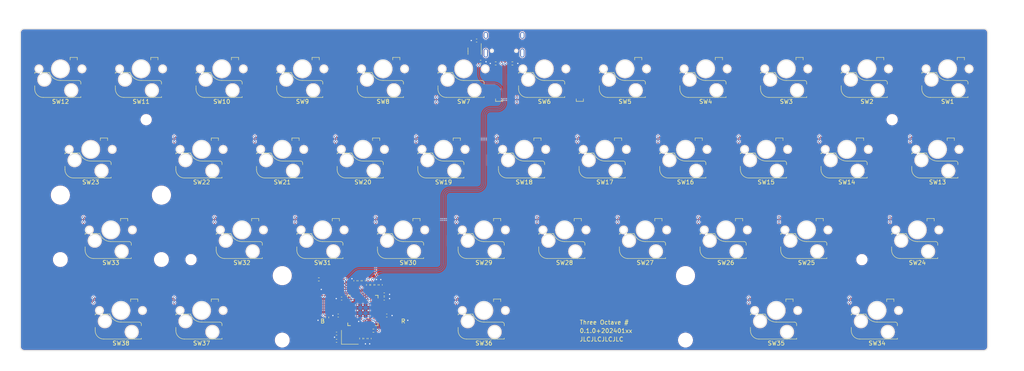
<source format=kicad_pcb>
(kicad_pcb (version 20221018) (generator pcbnew)
  (title_block (title "Three Octave #") (date "2024-01-xx") (rev "0.1.0") (comment 1 "https://github.com/takayoshiotake/three-octave-sharp-38-key-keyboard"))
  (layers (0 "F.Cu" signal) (31 "B.Cu" signal) (34 "B.Paste" user) (35 "F.Paste" user) (36 "B.SilkS" user "B.Silkscreen") (37 "F.SilkS" user "F.Silkscreen") (38 "B.Mask" user) (39 "F.Mask" user) (44 "Edge.Cuts" user))
  (net 0 "")
  (net 1 "Net-(U1-XIN)")
  (net 2 "GND")
  (net 3 "Net-(C2-Pad1)")
  (net 4 "+3V3")
  (net 5 "+1V1")
  (net 6 "+5V")
  (net 7 "Net-(J1-CC1)")
  (net 8 "Net-(J1-D+-PadA6)")
  (net 9 "Net-(J1-D--PadA7)")
  (net 11 "Net-(J1-CC2)")
  (net 13 "ROW0")
  (net 14 "ROW1")
  (net 15 "ROW2")
  (net 16 "ROW3")
  (net 17 "COL0")
  (net 18 "COL1")
  (net 19 "COL2")
  (net 20 "COL3")
  (net 21 "COL4")
  (net 22 "COL5")
  (net 23 "COL6")
  (net 24 "COL7")
  (net 25 "Net-(U1-RUN)")
  (net 26 "Net-(U1-XOUT)")
  (net 27 "QSPI_SS_N")
  (net 28 "Net-(R4-Pad2)")
  (net 29 "D+")
  (net 30 "D-")
  (net 31 "~{RESET}")
  (net 33 "~{USB_BOOT}")
  (net 44 "Net-(U1-QSPI_SD3)")
  (net 45 "Net-(U1-QSPI_SCLK)")
  (net 46 "Net-(U1-QSPI_SD0)")
  (net 47 "Net-(U1-QSPI_SD2)")
  (net 48 "Net-(U1-QSPI_SD1)")
  (net 52 "Net-(D1-A)")
  (net 53 "Net-(D2-A)")
  (net 54 "Net-(D3-A)")
  (net 55 "Net-(D4-A)")
  (net 56 "Net-(D5-A)")
  (net 57 "Net-(D6-A)")
  (net 58 "Net-(D7-A)")
  (net 59 "Net-(D8-A)")
  (net 60 "Net-(D9-A)")
  (net 61 "Net-(D10-A)")
  (net 62 "Net-(D11-A)")
  (net 63 "Net-(D12-A)")
  (net 64 "Net-(D13-A)")
  (net 65 "Net-(D14-A)")
  (net 66 "Net-(D15-A)")
  (net 67 "Net-(D16-A)")
  (net 68 "Net-(D17-A)")
  (net 69 "Net-(D18-A)")
  (net 70 "Net-(D19-A)")
  (net 71 "Net-(D20-A)")
  (net 72 "Net-(D21-A)")
  (net 73 "Net-(D22-A)")
  (net 74 "Net-(D23-A)")
  (net 75 "Net-(D24-A)")
  (net 76 "Net-(D25-A)")
  (net 77 "Net-(D26-A)")
  (net 78 "Net-(D27-A)")
  (net 79 "Net-(D28-A)")
  (net 80 "Net-(D29-A)")
  (net 81 "Net-(D30-A)")
  (net 82 "Net-(D31-A)")
  (net 83 "Net-(D32-A)")
  (net 84 "Net-(D33-A)")
  (net 85 "Net-(D34-A)")
  (net 86 "Net-(D35-A)")
  (net 87 "Net-(D36-A)")
  (net 88 "Net-(D37-A)")
  (net 89 "Net-(D38-A)")
  (net 90 "COL8")
  (net 91 "COL9")
  (net 92 "COL10")
  (net 93 "COL11")
  (footprint "Capacitor_SMD:C_0402_1005Metric" (layer "F.Cu") (at 115.1725 96.45)
    (fp_text reference "C8" hide)
    (fp_text value "0.1uF" hide)
  )
  (footprint "Project_Library:D_SOD-323F" (layer "F.Cu") (at 117.4275 36.9 -90)
    (fp_text reference "D8" hide)
    (fp_text value "1N4148WS" hide)
  )
  (footprint "Project_Library:Hot_Swap_Socket_CPG151101S11" (layer "F.Cu") (at 56.515 41.91)
    (fp_text reference "SW11")
    (fp_text value "Key P")
    (fp_circle (center -4.445 -3.81) (end -5.32 -3.81) (stroke (width 0.12)) (fill none) (layer "Edge.Cuts"))
    (fp_circle (center -3.175 -1.27) (end -4.675 -1.27) (stroke (width 0.12)) (fill none) (layer "Edge.Cuts"))
    (fp_circle (center 0.635 -3.81) (end -1.415 -3.81) (stroke (width 0.12)) (fill none) (layer "Edge.Cuts"))
    (fp_circle (center 3.175 1.27) (end 1.675 1.27) (stroke (width 0.12)) (fill none) (layer "Edge.Cuts"))
    (fp_circle (center 5.715 -3.81) (end 4.84 -3.81) (stroke (width 0.12)) (fill none) (layer "Edge.Cuts"))
  )
  (footprint "Project_Library:Hot_Swap_Socket_CPG151101S11" (layer "F.Cu") (at 185.1025 60.96)
    (fp_text reference "SW16")
    (fp_text value "Key D")
    (fp_circle (center -4.445 -3.81) (end -5.32 -3.81) (stroke (width 0.12)) (fill none) (layer "Edge.Cuts"))
    (fp_circle (center -3.175 -1.27) (end -4.675 -1.27) (stroke (width 0.12)) (fill none) (layer "Edge.Cuts"))
    (fp_circle (center 0.635 -3.81) (end -1.415 -3.81) (stroke (width 0.12)) (fill none) (layer "Edge.Cuts"))
    (fp_circle (center 3.175 1.27) (end 1.675 1.27) (stroke (width 0.12)) (fill none) (layer "Edge.Cuts"))
    (fp_circle (center 5.715 -3.81) (end 4.84 -3.81) (stroke (width 0.12)) (fill none) (layer "Edge.Cuts"))
  )
  (footprint "Capacitor_SMD:C_0402_1005Metric" (layer "F.Cu") (at 114.5725 92.44)
    (fp_text reference "C9" hide)
    (fp_text value "0.1uF" hide)
  )
  (footprint "Capacitor_SMD:C_0402_1005Metric" (layer "F.Cu") (at 111.1375 101.885 -90)
    (fp_text reference "C13" hide)
    (fp_text value "0.1uF" hide)
  )
  (footprint "Capacitor_SMD:C_0402_1005Metric" (layer "F.Cu") (at 112.7575 89.195 90)
    (fp_text reference "C4" hide)
    (fp_text value "1uF" hide)
  )
  (footprint "Project_Library:Hot_Swap_Socket_CPG151101S11" (layer "F.Cu") (at 137.4775 80.01)
    (fp_text reference "SW29")
    (fp_text value "Key B")
    (fp_circle (center -4.445 -3.81) (end -5.32 -3.81) (stroke (width 0.12)) (fill none) (layer "Edge.Cuts"))
    (fp_circle (center -3.175 -1.27) (end -4.675 -1.27) (stroke (width 0.12)) (fill none) (layer "Edge.Cuts"))
    (fp_circle (center 0.635 -3.81) (end -1.415 -3.81) (stroke (width 0.12)) (fill none) (layer "Edge.Cuts"))
    (fp_circle (center 3.175 1.27) (end 1.675 1.27) (stroke (width 0.12)) (fill none) (layer "Edge.Cuts"))
    (fp_circle (center 5.715 -3.81) (end 4.84 -3.81) (stroke (width 0.12)) (fill none) (layer "Edge.Cuts"))
  )
  (footprint "Capacitor_SMD:C_0402_1005Metric" (layer "F.Cu") (at 110.1375 101.885 -90)
    (fp_text reference "C7" hide)
    (fp_text value "0.1uF" hide)
  )
  (footprint "MountingHole:MountingHole_2.2mm_M2" (layer "F.Cu") (at 68.9375 83.225)
    (fp_text reference "REF**" hide)
    (fp_text value "MountingHole_2.2mm_M2" hide)
  )
  (footprint "Project_Library:Hot_Swap_Socket_CPG151101S11" (layer "F.Cu") (at 244.63375 60.96)
    (fp_text reference "SW13")
    (fp_text value "Key Caps")
    (fp_circle (center -4.445 -3.81) (end -5.32 -3.81) (stroke (width 0.12)) (fill none) (layer "Edge.Cuts"))
    (fp_circle (center -3.175 -1.27) (end -4.675 -1.27) (stroke (width 0.12)) (fill none) (layer "Edge.Cuts"))
    (fp_circle (center 0.635 -3.81) (end -1.415 -3.81) (stroke (width 0.12)) (fill none) (layer "Edge.Cuts"))
    (fp_circle (center 3.175 1.27) (end 1.675 1.27) (stroke (width 0.12)) (fill none) (layer "Edge.Cuts"))
    (fp_circle (center 5.715 -3.81) (end 4.84 -3.81) (stroke (width 0.12)) (fill none) (layer "Edge.Cuts"))
  )
  (footprint "Resistor_SMD:R_0402_1005Metric" (layer "F.Cu") (at 144.845 36.815)
    (fp_text reference "R8" hide)
    (fp_text value "5.1K" hide)
  )
  (footprint "Resistor_SMD:R_0402_1005Metric" (layer "F.Cu") (at 109.1375 101.885 -90)
    (fp_text reference "R2" hide)
    (fp_text value "1K" hide)
  )
  (footprint "Project_Library:Hot_Swap_Socket_CPG151101S11" (layer "F.Cu") (at 80.3275 80.01)
    (fp_text reference "SW32")
    (fp_text value "Key ,")
    (fp_circle (center -4.445 -3.81) (end -5.32 -3.81) (stroke (width 0.12)) (fill none) (layer "Edge.Cuts"))
    (fp_circle (center -3.175 -1.27) (end -4.675 -1.27) (stroke (width 0.12)) (fill none) (layer "Edge.Cuts"))
    (fp_circle (center 0.635 -3.81) (end -1.415 -3.81) (stroke (width 0.12)) (fill none) (layer "Edge.Cuts"))
    (fp_circle (center 3.175 1.27) (end 1.675 1.27) (stroke (width 0.12)) (fill none) (layer "Edge.Cuts"))
    (fp_circle (center 5.715 -3.81) (end 4.84 -3.81) (stroke (width 0.12)) (fill none) (layer "Edge.Cuts"))
  )
  (footprint "Project_Library:Hot_Swap_Socket_CPG151101S11" (layer "F.Cu") (at 151.765 41.91)
    (fp_text reference "SW6")
    (fp_text value "Key T")
    (fp_circle (center -4.445 -3.81) (end -5.32 -3.81) (stroke (width 0.12)) (fill none) (layer "Edge.Cuts"))
    (fp_circle (center -3.175 -1.27) (end -4.675 -1.27) (stroke (width 0.12)) (fill none) (layer "Edge.Cuts"))
    (fp_circle (center 0.635 -3.81) (end -1.415 -3.81) (stroke (width 0.12)) (fill none) (layer "Edge.Cuts"))
    (fp_circle (center 3.175 1.27) (end 1.675 1.27) (stroke (width 0.12)) (fill none) (layer "Edge.Cuts"))
    (fp_circle (center 5.715 -3.81) (end 4.84 -3.81) (stroke (width 0.12)) (fill none) (layer "Edge.Cuts"))
  )
  (footprint "Project_Library:D_SOD-323F" (layer "F.Cu") (at 41.2275 36.9 -90)
    (fp_text reference "D12" hide)
    (fp_text value "1N4148WS" hide)
  )
  (footprint "Project_Library:D_SOD-323F" (layer "F.Cu") (at 243.63375 75 -90)
    (fp_text reference "D24" hide)
    (fp_text value "1N4148WS" hide)
  )
  (footprint "Project_Library:Stabilizer_2u" (layer "F.Cu") (at 50.00625 76.2 180)
    (fp_text reference "REF**" hide)
    (fp_text value "Stabilizer_2u" hide)
  )
  (footprint "Project_Library:D_SOD-323F" (layer "F.Cu") (at 226.965 55.95 -90)
    (fp_text reference "D14" hide)
    (fp_text value "1N4148WS" hide)
  )
  (footprint "Project_Library:D_SOD-323F" (layer "F.Cu") (at 141.24 94.05 -90)
    (fp_text reference "D36" hide)
    (fp_text value "1N4148WS" hide)
  )
  (footprint "Project_Library:D_SOD-323F" (layer "F.Cu") (at 212.6775 36.9 -90)
    (fp_text reference "D3" hide)
    (fp_text value "1N4148WS" hide)
  )
  (footprint "Project_Library:Hot_Swap_Socket_CPG151101S11" (layer "F.Cu") (at 189.865 41.91)
    (fp_text reference "SW4")
    (fp_text value "Key E")
    (fp_circle (center -4.445 -3.81) (end -5.32 -3.81) (stroke (width 0.12)) (fill none) (layer "Edge.Cuts"))
    (fp_circle (center -3.175 -1.27) (end -4.675 -1.27) (stroke (width 0.12)) (fill none) (layer "Edge.Cuts"))
    (fp_circle (center 0.635 -3.81) (end -1.415 -3.81) (stroke (width 0.12)) (fill none) (layer "Edge.Cuts"))
    (fp_circle (center 3.175 1.27) (end 1.675 1.27) (stroke (width 0.12)) (fill none) (layer "Edge.Cuts"))
    (fp_circle (center 5.715 -3.81) (end 4.84 -3.81) (stroke (width 0.12)) (fill none) (layer "Edge.Cuts"))
  )
  (footprint "Project_Library:Hot_Swap_Socket_CPG151101S11" (layer "F.Cu") (at 118.4275 80.01)
    (fp_text reference "SW30")
    (fp_text value "Key N")
    (fp_circle (center -4.445 -3.81) (end -5.32 -3.81) (stroke (width 0.12)) (fill none) (layer "Edge.Cuts"))
    (fp_circle (center -3.175 -1.27) (end -4.675 -1.27) (stroke (width 0.12)) (fill none) (layer "Edge.Cuts"))
    (fp_circle (center 0.635 -3.81) (end -1.415 -3.81) (stroke (width 0.12)) (fill none) (layer "Edge.Cuts"))
    (fp_circle (center 3.175 1.27) (end 1.675 1.27) (stroke (width 0.12)) (fill none) (layer "Edge.Cuts"))
    (fp_circle (center 5.715 -3.81) (end 4.84 -3.81) (stroke (width 0.12)) (fill none) (layer "Edge.Cuts"))
  )
  (footprint "Project_Library:Hot_Swap_Socket_CPG151101S11" (layer "F.Cu") (at 108.9025 60.96)
    (fp_text reference "SW20")
    (fp_text value "Key J")
    (fp_circle (center -4.445 -3.81) (end -5.32 -3.81) (stroke (width 0.12)) (fill none) (layer "Edge.Cuts"))
    (fp_circle (center -3.175 -1.27) (end -4.675 -1.27) (stroke (width 0.12)) (fill none) (layer "Edge.Cuts"))
    (fp_circle (center 0.635 -3.81) (end -1.415 -3.81) (stroke (width 0.12)) (fill none) (layer "Edge.Cuts"))
    (fp_circle (center 3.175 1.27) (end 1.675 1.27) (stroke (width 0.12)) (fill none) (layer "Edge.Cuts"))
    (fp_circle (center 5.715 -3.81) (end 4.84 -3.81) (stroke (width 0.12)) (fill none) (layer "Edge.Cuts"))
  )
  (footprint "Project_Library:Hot_Swap_Socket_CPG151101S11" (layer "F.Cu") (at 147.0025 60.96)
    (fp_text reference "SW18")
    (fp_text value "Key G")
    (fp_circle (center -4.445 -3.81) (end -5.32 -3.81) (stroke (width 0.12)) (fill none) (layer "Edge.Cuts"))
    (fp_circle (center -3.175 -1.27) (end -4.675 -1.27) (stroke (width 0.12)) (fill none) (layer "Edge.Cuts"))
    (fp_circle (center 0.635 -3.81) (end -1.415 -3.81) (stroke (width 0.12)) (fill none) (layer "Edge.Cuts"))
    (fp_circle (center 3.175 1.27) (end 1.675 1.27) (stroke (width 0.12)) (fill none) (layer "Edge.Cuts"))
    (fp_circle (center 5.715 -3.81) (end 4.84 -3.81) (stroke (width 0.12)) (fill none) (layer "Edge.Cuts"))
  )
  (footprint "Capacitor_SMD:C_0402_1005Metric" (layer "F.Cu") (at 114.5725 91.44)
    (fp_text reference "C10" hide)
    (fp_text value "0.1uF" hide)
  )
  (footprint "Project_Library:Hot_Swap_Socket_CPG151101S11" (layer "F.Cu") (at 175.5775 80.01)
    (fp_text reference "SW27")
    (fp_text value "Key C")
    (fp_circle (center -4.445 -3.81) (end -5.32 -3.81) (stroke (width 0.12)) (fill none) (layer "Edge.Cuts"))
    (fp_circle (center -3.175 -1.27) (end -4.675 -1.27) (stroke (width 0.12)) (fill none) (layer "Edge.Cuts"))
    (fp_circle (center 0.635 -3.81) (end -1.415 -3.81) (stroke (width 0.12)) (fill none) (layer "Edge.Cuts"))
    (fp_circle (center 3.175 1.27) (end 1.675 1.27) (stroke (width 0.12)) (fill none) (layer "Edge.Cuts"))
    (fp_circle (center 5.715 -3.81) (end 4.84 -3.81) (stroke (width 0.12)) (fill none) (layer "Edge.Cuts"))
  )
  (footprint "Project_Library:Tactile_Switch_SKRP_Series" (layer "F.Cu") (at 119.0625 100.675 -90)
    (fp_text reference "SW_R1" hide)
    (fp_text value "Alps_Alpine_SKRP" hide)
  )
  (footprint "Project_Library:D_SOD-323F" (layer "F.Cu") (at 193.6275 36.9 -90)
    (fp_text reference "D4" hide)
    (fp_text value "1N4148WS" hide)
  )
  (footprint "Project_Library:Hot_Swap_Socket_CPG151101S11" (layer "F.Cu") (at 223.2025 60.96)
    (fp_text reference "SW14")
    (fp_text value "Key A")
    (fp_circle (center -4.445 -3.81) (end -5.32 -3.81) (stroke (width 0.12)) (fill none) (layer "Edge.Cuts"))
    (fp_circle (center -3.175 -1.27) (end -4.675 -1.27) (stroke (width 0.12)) (fill none) (layer "Edge.Cuts"))
    (fp_circle (center 0.635 -3.81) (end -1.415 -3.81) (stroke (width 0.12)) (fill none) (layer "Edge.Cuts"))
    (fp_circle (center 3.175 1.27) (end 1.675 1.27) (stroke (width 0.12)) (fill none) (layer "Edge.Cuts"))
    (fp_circle (center 5.715 -3.81) (end 4.84 -3.81) (stroke (width 0.12)) (fill none) (layer "Edge.Cuts"))
  )
  (footprint "Project_Library:Hot_Swap_Socket_CPG151101S11" (layer "F.Cu") (at 213.6775 80.01)
    (fp_text reference "SW25")
    (fp_text value "Key Z")
    (fp_circle (center -4.445 -3.81) (end -5.32 -3.81) (stroke (width 0.12)) (fill none) (layer "Edge.Cuts"))
    (fp_circle (center -3.175 -1.27) (end -4.675 -1.27) (stroke (width 0.12)) (fill none) (layer "Edge.Cuts"))
    (fp_circle (center 0.635 -3.81) (end -1.415 -3.81) (stroke (width 0.12)) (fill none) (layer "Edge.Cuts"))
    (fp_circle (center 3.175 1.27) (end 1.675 1.27) (stroke (width 0.12)) (fill none) (layer "Edge.Cuts"))
    (fp_circle (center 5.715 -3.81) (end 4.84 -3.81) (stroke (width 0.12)) (fill none) (layer "Edge.Cuts"))
  )
  (footprint "Project_Library:D_SOD-323F" (layer "F.Cu") (at 79.3275 36.9 -90)
    (fp_text reference "D10" hide)
    (fp_text value "1N4148WS" hide)
  )
  (footprint "Project_Library:D_SOD-323F" (layer "F.Cu") (at 160.29 75 -90)
    (fp_text reference "D28" hide)
    (fp_text value "1N4148WS" hide)
  )
  (footprint "Resistor_SMD:R_0402_1005Metric" (layer "F.Cu") (at 112.0175 100.025 180)
    (fp_text reference "R1" hide)
    (fp_text value "10K" hide)
  )
  (footprint "Project_Library:D_SOD-323F" (layer "F.Cu") (at 231.7275 36.9 -90)
    (fp_text reference "D2" hide)
    (fp_text value "1N4148WS" hide)
  )
  (footprint "Project_Library:Hot_Swap_Socket_CPG151101S11" (layer "F.Cu") (at 170.815 41.91)
    (fp_text reference "SW5")
    (fp_text value "Key R")
    (fp_circle (center -4.445 -3.81) (end -5.32 -3.81) (stroke (width 0.12)) (fill none) (layer "Edge.Cuts"))
    (fp_circle (center -3.175 -1.27) (end -4.675 -1.27) (stroke (width 0.12)) (fill none) (layer "Edge.Cuts"))
    (fp_circle (center 0.635 -3.81) (end -1.415 -3.81) (stroke (width 0.12)) (fill none) (layer "Edge.Cuts"))
    (fp_circle (center 3.175 1.27) (end 1.675 1.27) (stroke (width 0.12)) (fill none) (layer "Edge.Cuts"))
    (fp_circle (center 5.715 -3.81) (end 4.84 -3.81) (stroke (width 0.12)) (fill none) (layer "Edge.Cuts"))
  )
  (footprint "Crystal:Crystal_SMD_3225-4Pin_3.2x2.5mm" (layer "F.Cu") (at 106.47 101.575)
    (fp_text reference "Y1" hide)
    (fp_text value "12MHz" hide)
  )
  (footprint "MountingHole:MountingHole_2.2mm_M2" (layer "F.Cu") (at 227.409375 83.225)
    (fp_text reference "REF**" hide)
    (fp_text value "MountingHole_2.2mm_M2" hide)
  )
  (footprint "Project_Library:D_SOD-323F" (layer "F.Cu") (at 174.5775 36.9 -90)
    (fp_text reference "D5" hide)
    (fp_text value "1N4148WS" hide)
  )
  (footprint "Project_Library:D_SOD-323F" (layer "F.Cu") (at 48.37125 55.95 -90)
    (fp_text reference "D23" hide)
    (fp_text value "1N4148WS" hide)
  )
  (footprint "Capacitor_SMD:C_0402_1005Metric" (layer "F.Cu") (at 103.7025 96.45 180)
    (fp_text reference "C6" hide)
    (fp_text value "0.1uF" hide)
  )
  (footprint "Project_Library:D_SOD-323F" (layer "F.Cu") (at 150.765 55.95 -90)
    (fp_text reference "D18" hide)
    (fp_text value "1N4148WS" hide)
  )
  (footprint "Project_Library:Hot_Swap_Socket_CPG151101S11" (layer "F.Cu") (at 194.6275 80.01)
    (fp_text reference "SW26")
    (fp_text value "Key X")
    (fp_circle (center -4.445 -3.81) (end -5.32 -3.81) (stroke (width 0.12)) (fill none) (layer "Edge.Cuts"))
    (fp_circle (center -3.175 -1.27) (end -4.675 -1.27) (stroke (width 0.12)) (fill none) (layer "Edge.Cuts"))
    (fp_circle (center 0.635 -3.81) (end -1.415 -3.81) (stroke (width 0.12)) (fill none) (layer "Edge.Cuts"))
    (fp_circle (center 3.175 1.27) (end 1.675 1.27) (stroke (width 0.12)) (fill none) (layer "Edge.Cuts"))
    (fp_circle (center 5.715 -3.81) (end 4.84 -3.81) (stroke (width 0.12)) (fill none) (layer "Edge.Cuts"))
  )
  (footprint "Resistor_SMD:R_0402_1005Metric" (layer "F.Cu") (at 110.7575 89.195 90)
    (fp_text reference "R5" hide)
    (fp_text value "27" hide)
  )
  (footprint "Project_Library:D_SOD-323F" (layer "F.Cu") (at 207.915 55.95 -90)
    (fp_text reference "D15" hide)
    (fp_text value "1N4148WS" hide)
  )
  (footprint "Resistor_SMD:R_0402_1005Metric" (layer "F.Cu") (at 101.0875 96.895 -90)
    (fp_text reference "R4" hide)
    (fp_text value "1K" hide)
  )
  (footprint "Project_Library:D_SOD-323F" (layer "F.Cu") (at 250.7775 36.9 -90)
    (fp_text reference "D1" hide)
    (fp_text value "1N4148WS" hide)
  )
  (footprint "Project_Library:D_SOD-323F" (layer "F.Cu") (at 210.29625 94.05 -90)
    (fp_text reference "D35" hide)
    (fp_text value "1N4148WS" hide)
  )
  (footprint "Project_Library:RP2040_QFN-56" (layer "F.Cu") (at 109.5375 95.25)
    (fp_text reference "U1" hide)
    (fp_text value "Raspberry_Pi_RP2040" hide)
  )
  (footprint "Project_Library:Hot_Swap_Socket_CPG151101S11" (layer "F.Cu") (at 94.615 41.91)
    (fp_text reference "SW9")
    (fp_text value "Key I")
    (fp_circle (center -4.445 -3.81) (end -5.32 -3.81) (stroke (width 0.12)) (fill none) (layer "Edge.Cuts"))
    (fp_circle (center -3.175 -1.27) (end -4.675 -1.27) (stroke (width 0.12)) (fill none) (layer "Edge.Cuts"))
    (fp_circle (center 0.635 -3.81) (end -1.415 -3.81) (stroke (width 0.12)) (fill none) (layer "Edge.Cuts"))
    (fp_circle (center 3.175 1.27) (end 1.675 1.27) (stroke (width 0.12)) (fill none) (layer "Edge.Cuts"))
    (fp_circle (center 5.715 -3.81) (end 4.84 -3.81) (stroke (width 0.12)) (fill none) (layer "Edge.Cuts"))
  )
  (footprint "Project_Library:D_SOD-323F" (layer "F.Cu") (at 122.19 75 -90)
    (fp_text reference "D30" hide)
    (fp_text value "1N4148WS" hide)
  )
  (footprint "MountingHole:MountingHole_2.2mm_M2" (layer "F.Cu") (at 234.553125 50.115)
    (fp_text reference "REF**" hide)
    (fp_text value "MountingHole_2.2mm_M2" hide)
  )
  (footprint "Project_Library:D_SOD-323F" (layer "F.Cu") (at 103.14 75 -90)
    (fp_text reference "D31" hide)
    (fp_text value "1N4148WS" hide)
  )
  (footprint "Project_Library:Hot_Swap_Socket_CPG151101S11" (layer "F.Cu") (at 206.53375 99.06)
    (fp_text reference "SW35")
    (fp_text value "Key Cmd")
    (fp_circle (center -4.445 -3.81) (end -5.32 -3.81) (stroke (width 0.12)) (fill none) (layer "Edge.Cuts"))
    (fp_circle (center -3.175 -1.27) (end -4.675 -1.27) (stroke (width 0.12)) (fill none) (layer "Edge.Cuts"))
    (fp_circle (center 0.635 -3.81) (end -1.415 -3.81) (stroke (width 0.12)) (fill none) (layer "Edge.Cuts"))
    (fp_circle (center 3.175 1.27) (end 1.675 1.27) (stroke (width 0.12)) (fill none) (layer "Edge.Cuts"))
    (fp_circle (center 5.715 -3.81) (end 4.84 -3.81) (stroke (width 0.12)) (fill none) (layer "Edge.Cuts"))
  )
  (footprint "Capacitor_SMD:C_0402_1005Metric" (layer "F.Cu") (at 108.7575 88.215 90)
    (fp_text reference "C12" hide)
    (fp_text value "0.1uF" hide)
  )
  (footprint "Project_Library:D_SOD-323F" (layer "F.Cu") (at 217.44 75 -90)
    (fp_text reference "D25" hide)
    (fp_text value "1N4148WS" hide)
  )
  (footprint "Project_Library:D_SOD-323F" (layer "F.Cu") (at 234.10875 94.05 -90)
    (fp_text reference "D34" hide)
    (fp_text value "1N4148WS" hide)
  )
  (footprint "Resistor_SMD:R_0402_1005Metric" (layer "F.Cu") (at 111.7575 89.195 90)
    (fp_text reference "R6" hide)
    (fp_text value "27" hide)
  )
  (footprint "Project_Library:D_SOD-323F" (layer "F.Cu") (at 131.715 55.95 -90)
    (fp_text reference "D19" hide)
    (fp_text value "1N4148WS" hide)
  )
  (footprint "Project_Library:D_SOD-323F" (layer "F.Cu") (at 74.565 55.95 -90)
    (fp_text reference "D22" hide)
    (fp_text value "1N4148WS" hide)
  )
  (footprint "Capacitor_SMD:C_0402_1005Metric" (layer "F.Cu") (at 109.7575 88.215 90)
    (fp_text reference "C11" hide)
    (fp_text value "0.1uF" hide)
  )
  (footprint "Project_Library:Hot_Swap_Socket_CPG151101S11" (layer "F.Cu") (at 227.965 41.91)
    (fp_text reference "SW2")
    (fp_text value "Key Q")
    (fp_circle (center -4.445 -3.81) (end -5.32 -3.81) (stroke (width 0.12)) (fill none) (layer "Edge.Cuts"))
    (fp_circle (center -3.175 -1.27) (end -4.675 -1.27) (stroke (width 0.12)) (fill none) (layer "Edge.Cuts"))
    (fp_circle (center 0.635 -3.81) (end -1.415 -3.81) (stroke (width 0.12)) (fill none) (layer "Edge.Cuts"))
    (fp_circle (center 3.175 1.27) (end 1.675 1.27) (stroke (width 0.12)) (fill none) (layer "Edge.Cuts"))
    (fp_circle (center 5.715 -3.81) (end 4.84 -3.81) (stroke (width 0.12)) (fill none) (layer "Edge.Cuts"))
  )
  (footprint "Project_Library:D_SOD-323F" (layer "F.Cu") (at 179.34 75 -90)
    (fp_text reference "D27" hide)
    (fp_text value "1N4148WS" hide)
  )
  (footprint "Project_Library:Hot_Swap_Socket_CPG151101S11" (layer "F.Cu") (at 75.565 41.91)
    (fp_text reference "SW10")
    (fp_text value "Key O")
    (fp_circle (center -4.445 -3.81) (end -5.32 -3.81) (stroke (width 0.12)) (fill none) (layer "Edge.Cuts"))
    (fp_circle (center -3.175 -1.27) (end -4.675 -1.27) (stroke (width 0.12)) (fill none) (layer "Edge.Cuts"))
    (fp_circle (center 0.635 -3.81) (end -1.415 -3.81) (stroke (width 0.12)) (fill none) (layer "Edge.Cuts"))
    (fp_circle (center 3.175 1.27) (end 1.675 1.27) (stroke (width 0.12)) (fill none) (layer "Edge.Cuts"))
    (fp_circle (center 5.715 -3.81) (end 4.84 -3.81) (stroke (width 0.12)) (fill none) (layer "Edge.Cuts"))
  )
  (footprint "Project_Library:D_SOD-323F" (layer "F.Cu") (at 112.665 55.95 -90)
    (fp_text reference "D20" hide)
    (fp_text value "1N4148WS" hide)
  )
  (footprint "Project_Library:Hot_Swap_Socket_CPG151101S11" (layer "F.Cu") (at 247.015 41.91)
    (fp_text reference "SW1")
    (fp_text value "Key Tab")
    (fp_circle (center -4.445 -3.81) (end -5.32 -3.81) (stroke (width 0.12)) (fill none) (layer "Edge.Cuts"))
    (fp_circle (center -3.175 -1.27) (end -4.675 -1.27) (stroke (width 0.12)) (fill none) (layer "Edge.Cuts"))
    (fp_circle (center 0.635 -3.81) (end -1.415 -3.81) (stroke (width 0.12)) (fill none) (layer "Edge.Cuts"))
    (fp_circle (center 3.175 1.27) (end 1.675 1.27) (stroke (width 0.12)) (fill none) (layer "Edge.Cuts"))
    (fp_circle (center 5.715 -3.81) (end 4.84 -3.81) (stroke (width 0.12)) (fill none) (layer "Edge.Cuts"))
  )
  (footprint "Project_Library:D_SOD-323F" (layer "F.Cu") (at 141.24 75 -90)
    (fp_text reference "D29" hide)
    (fp_text value "1N4148WS" hide)
  )
  (footprint "Project_Library:D_SOD-323F" (layer "F.Cu") (at 93.615 55.95 -90)
    (fp_text reference "D21" hide)
    (fp_text value "1N4148WS" hide)
  )
  (footprint "Capacitor_SMD:C_0402_1005Metric" (layer "F.Cu") (at 103.31 100.725 180)
    (fp_text reference "C1" hide)
    (fp_text value "30pF" hide)
  )
  (footprint "Resistor_SMD:R_0402_1005Metric" (layer "F.Cu") (at 99.129 87.895)
    (fp_text reference "R3" hide)
    (fp_text value "10K" hide)
  )
  (footprint "Capacitor_SMD:C_0402_1005Metric" (layer "F.Cu") (at 104.5025 92.44 180)
    (fp_text reference "C5" hide)
    (fp_text value "0.1uF" hide)
  )
  (footprint "Project_Library:D_SOD-323F" (layer "F.Cu") (at 141.725 44.28 90)
    (fp_text reference "D7" hide)
    (fp_text value "1N4148WS" hide)
  )
  (footprint "Project_Library:D_SOD-323F" (layer "F.Cu") (at 188.865 55.95 -90)
    (fp_text reference "D16" hide)
    (fp_text value "1N4148WS" hide)
  )
  (footprint "Project_Library:Hot_Swap_Socket_CPG151101S11" (layer "F.Cu") (at 89.8525 60.96)
    (fp_text reference "SW21")
    (fp_text value "Key K")
    (fp_circle (center -4.445 -3.81) (end -5.32 -3.81) (stroke (width 0.12)) (fill none) (layer "Edge.Cuts"))
    (fp_circle (center -3.175 -1.27) (end -4.675 -1.27) (stroke (width 0.12)) (fill none) (layer "Edge.Cuts"))
    (fp_circle (center 0.635 -3.81) (end -1.415 -3.81) (stroke (width 0.12)) (fill none) (layer "Edge.Cuts"))
    (fp_circle (center 3.175 1.27) (end 1.675 1.27) (stroke (width 0.12)) (fill none) (layer "Edge.Cuts"))
    (fp_circle (center 5.715 -3.81) (end 4.84 -3.81) (stroke (width 0.12)) (fill none) (layer "Edge.Cuts"))
  )
  (footprint "Project_Library:Hot_Swap_Socket_CPG151101S11" (layer "F.Cu") (at 37.465 41.91)
    (fp_text reference "SW12")
    (fp_text value "Key BS")
    (fp_circle (center -4.445 -3.81) (end -5.32 -3.81) (stroke (width 0.12)) (fill none) (layer "Edge.Cuts"))
    (fp_circle (center -3.175 -1.27) (end -4.675 -1.27) (stroke (width 0.12)) (fill none) (layer "Edge.Cuts"))
    (fp_circle (center 0.635 -3.81) (end -1.415 -3.81) (stroke (width 0.12)) (fill none) (layer "Edge.Cuts"))
    (fp_circle (center 3.175 1.27) (end 1.675 1.27) (stroke (width 0.12)) (fill none) (layer "Edge.Cuts"))
    (fp_circle (center 5.715 -3.81) (end 4.84 -3.81) (stroke (width 0.12)) (fill none) (layer "Edge.Cuts"))
  )
  (footprint "Project_Library:Hot_Swap_Socket_CPG151101S11" (layer "F.Cu") (at 51.7525 99.06)
    (fp_text reference "SW38")
    (fp_text value "Key Fn")
    (fp_circle (center -4.445 -3.81) (end -5.32 -3.81) (stroke (width 0.12)) (fill none) (layer "Edge.Cuts"))
    (fp_circle (center -3.175 -1.27) (end -4.675 -1.27) (stroke (width 0.12)) (fill none) (layer "Edge.Cuts"))
    (fp_circle (center 0.635 -3.81) (end -1.415 -3.81) (stroke (width 0.12)) (fill none) (layer "Edge.Cuts"))
    (fp_circle (center 3.175 1.27) (end 1.675 1.27) (stroke (width 0.12)) (fill none) (layer "Edge.Cuts"))
    (fp_circle (center 5.715 -3.81) (end 4.84 -3.81) (stroke (width 0.12)) (fill none) (layer "Edge.Cuts"))
  )
  (footprint "Capacitor_SMD:C_0402_1005Metric" (layer "F.Cu") (at 113.7575 89.195 90)
    (fp_text reference "C3" hide)
    (fp_text value "1uF" hide)
  )
  (footprint "Project_Library:Hot_Swap_Socket_CPG151101S11" (layer "F.Cu") (at 230.34625 99.06)
    (fp_text reference "SW34")
    (fp_text value "Key Ctrl")
    (fp_circle (center -4.445 -3.81) (end -5.32 -3.81) (stroke (width 0.12)) (fill none) (layer "Edge.Cuts"))
    (fp_circle (center -3.175 -1.27) (end -4.675 -1.27) (stroke (width 0.12)) (fill none) (layer "Edge.Cuts"))
    (fp_circle (center 0.635 -3.81) (end -1.415 -3.81) (stroke (width 0.12)) (fill none) (layer "Edge.Cuts"))
    (fp_circle (center 3.175 1.27) (end 1.675 1.27) (stroke (width 0.12)) (fill none) (layer "Edge.Cuts"))
    (fp_circle (center 5.715 -3.81) (end 4.84 -3.81) (stroke (width 0.12)) (fill none) (layer "Edge.Cuts"))
  )
  (footprint "Project_Library:Hot_Swap_Socket_CPG151101S11" (layer "F.Cu") (at 137.4775 99.06)
    (fp_text reference "SW36")
    (fp_text value "Key Space")
    (fp_circle (center -4.445 -3.81) (end -5.32 -3.81) (stroke (width 0.12)) (fill none) (layer "Edge.Cuts"))
    (fp_circle (center -3.175 -1.27) (end -4.675 -1.27) (stroke (width 0.12)) (fill none) (layer "Edge.Cuts"))
    (fp_circle (center 0.635 -3.81) (end -1.415 -3.81) (stroke (width 0.12)) (fill none) (layer "Edge.Cuts"))
    (fp_circle (center 3.175 1.27) (end 1.675 1.27) (stroke (width 0.12)) (fill none) (layer "Edge.Cuts"))
    (fp_circle (center 5.715 -3.81) (end 4.84 -3.81) (stroke (width 0.12)) (fill none) (layer "Edge.Cuts"))
  )
  (footprint "Project_Library:HRO_TYPE-C-31-M-12" (layer "F.Cu") (at 142.875 32.7175 180)
    (fp_text reference "J1" hide)
    (fp_text value "HRO_TYPE-C-31-M-12" hide)
    (fp_circle (center -2.89 -1.1025) (end -2.565 -1.1025) (stroke (width 0.12)) (fill none) (layer "Edge.Cuts"))
    (fp_circle (center 2.89 -1.1025) (end 3.215 -1.1025) (stroke (width 0.12)) (fill none) (layer "Edge.Cuts"))
  )
  (footprint "Project_Library:Hot_Swap_Socket_CPG151101S11" (layer "F.Cu") (at 113.665 41.91)
    (fp_text reference "SW8")
    (fp_text value "Key U")
    (fp_circle (center -4.445 -3.81) (end -5.32 -3.81) (stroke (width 0.12)) (fill none) (layer "Edge.Cuts"))
    (fp_circle (center -3.175 -1.27) (end -4.675 -1.27) (stroke (width 0.12)) (fill none) (layer "Edge.Cuts"))
    (fp_circle (center 0.635 -3.81) (end -1.415 -3.81) (stroke (width 0.12)) (fill none) (layer "Edge.Cuts"))
    (fp_circle (center 3.175 1.27) (end 1.675 1.27) (stroke (width 0.12)) (fill none) (layer "Edge.Cuts"))
    (fp_circle (center 5.715 -3.81) (end 4.84 -3.81) (stroke (width 0.12)) (fill none) (layer "Edge.Cuts"))
  )
  (footprint "Project_Library:D_SOD-323F" (layer "F.Cu") (at 98.3775 36.9 -90)
    (fp_text reference "D9" hide)
    (fp_text value "1N4148WS" hide)
  )
  (footprint "Project_Library:Hot_Swap_Socket_CPG151101S11" (layer "F.Cu") (at 239.87125 80.01)
    (fp_text reference "SW24")
    (fp_text value "Key Shift")
    (fp_circle (center -4.445 -3.81) (end -5.32 -3.81) (stroke (width 0.12)) (fill none) (layer "Edge.Cuts"))
    (fp_circle (center -3.175 -1.27) (end -4.675 -1.27) (stroke (width 0.12)) (fill none) (layer "Edge.Cuts"))
    (fp_circle (center 0.635 -3.81) (end -1.415 -3.81) (stroke (width 0.12)) (fill none) (layer "Edge.Cuts"))
    (fp_circle (center 3.175 1.27) (end 1.675 1.27) (stroke (width 0.12)) (fill none) (layer "Edge.Cuts"))
    (fp_circle (center 5.715 -3.81) (end 4.84 -3.81) (stroke (width 0.12)) (fill none) (layer "Edge.Cuts"))
  )
  (footprint "MountingHole:MountingHole_2.2mm_M2" (layer "F.Cu") (at 58.340625 50.115)
    (fp_text reference "REF**" hide)
    (fp_text value "MountingHole_2.2mm_M2" hide)
  )
  (footprint "Project_Library:Hot_Swap_Socket_CPG151101S11" (layer "F.Cu") (at 127.9525 60.96)
    (fp_text reference "SW19")
    (fp_text value "Key H")
    (fp_circle (center -4.445 -3.81) (end -5.32 -3.81) (stroke (width 0.12)) (fill none) (layer "Edge.Cuts"))
    (fp_circle (center -3.175 -1.27) (end -4.675 -1.27) (stroke (width 0.12)) (fill none) (layer "Edge.Cuts"))
    (fp_circle (center 0.635 -3.81) (end -1.415 -3.81) (stroke (width 0.12)) (fill none) (layer "Edge.Cuts"))
    (fp_circle (center 3.175 1.27) (end 1.675 1.27) (stroke (width 0.12)) (fill none) (layer "Edge.Cuts"))
    (fp_circle (center 5.715 -3.81) (end 4.84 -3.81) (stroke (width 0.12)) (fill none) (layer "Edge.Cuts"))
  )
  (footprint "Capacitor_SMD:C_0402_1005Metric" (layer "F.Cu") (at 107.7575 88.215 90)
    (fp_text reference "C14" hide)
    (fp_text value "0.1uF" hide)
  )
  (footprint "Project_Library:Hot_Swap_Socket_CPG151101S11" (layer "F.Cu") (at 49.37125 80.01)
    (fp_text reference "SW33")
    (fp_text value "Key Shift")
    (fp_circle (center -4.445 -3.81) (end -5.32 -3.81) (stroke (width 0.12)) (fill none) (layer "Edge.Cuts"))
    (fp_circle (center -3.175 -1.27) (end -4.675 -1.27) (stroke (width 0.12)) (fill none) (layer "Edge.Cuts"))
    (fp_circle (center 0.635 -3.81) (end -1.415 -3.81) (stroke (width 0.12)) (fill none) (layer "Edge.Cuts"))
    (fp_circle (center 3.175 1.27) (end 1.675 1.27) (stroke (width 0.12)) (fill none) (layer "Edge.Cuts"))
    (fp_circle (center 5.715 -3.81) (end 4.84 -3.81) (stroke (width 0.12)) (fill none) (layer "Edge.Cuts"))
  )
  (footprint "Project_Library:D_SOD-323F" (layer "F.Cu") (at 60.2775 36.9 -90)
    (fp_text reference "D11" hide)
    (fp_text value "1N4148WS" hide)
  )
  (footprint "Project_Library:D_SOD-323F" (layer "F.Cu") (at 198.39 75 -90)
    (fp_text reference "D26" hide)
    (fp_text value "1N4148WS" hide)
  )
  (footprint "Resistor_SMD:R_0402_1005Metric" (layer "F.Cu") (at 140.905 36.815 180)
    (fp_text reference "R7" hide)
    (fp_text value "5.1K" hide)
  )
  (footprint "Project_Library:Hot_Swap_Socket_CPG151101S11" (layer "F.Cu") (at 44.60875 60.96)
    (fp_text reference "SW23")
    (fp_text value "Key Return")
    (fp_circle (center -4.445 -3.81) (end -5.32 -3.81) (stroke (width 0.12)) (fill none) (layer "Edge.Cuts"))
    (fp_circle (center -3.175 -1.27) (end -4.675 -1.27) (stroke (width 0.12)) (fill none) (layer "Edge.Cuts"))
    (fp_circle (center 0.635 -3.81) (end -1.415 -3.81) (stroke (width 0.12)) (fill none) (layer "Edge.Cuts"))
    (fp_circle (center 3.175 1.27) (end 1.675 1.27) (stroke (width 0.12)) (fill none) (layer "Edge.Cuts"))
    (fp_circle (center 5.715 -3.81) (end 4.84 -3.81) (stroke (width 0.12)) (fill none) (layer "Edge.Cuts"))
  )
  (footprint "Project_Library:D_SOD-323F" (layer "F.Cu") (at 248.39625 55.95 -90)
    (fp_text reference "D13" hide)
    (fp_text value "1N4148WS" hide)
  )
  (footprint "Project_Library:Hot_Swap_Socket_CPG151101S11" (layer "F.Cu") (at 208.915 41.91)
    (fp_text reference "SW3")
    (fp_text value "Key W")
    (fp_circle (center -4.445 -3.81) (end -5.32 -3.81) (stroke (width 0.12)) (fill none) (layer "Edge.Cuts"))
    (fp_circle (center -3.175 -1.27) (end -4.675 -1.27) (stroke (width 0.12)) (fill none) (layer "Edge.Cuts"))
    (fp_circle (center 0.635 -3.81) (end -1.415 -3.81) (stroke (width 0.12)) (fill none) (layer "Edge.Cuts"))
    (fp_circle (center 3.175 1.27) (end 1.675 1.27) (stroke (width 0.12)) (fill none) (layer "Edge.Cuts"))
    (fp_circle (center 5.715 -3.81) (end 4.84 -3.81) (stroke (width 0.12)) (fill none) (layer "Edge.Cuts"))
  )
  (footprint "Project_Library:SOT-23-5" (layer "F.Cu") (at 135.9215 33.905 180)
    (fp_text reference "U3" hide)
    (fp_text value "AP2112K-3.3" hide)
  )
  (footprint "Project_Library:D_SOD-323F" (layer "F.Cu") (at 53.13375 75 -90)
    (fp_text reference "D33" hide)
    (fp_text value "1N4148WS" hide)
  )
  (footprint "Capacitor_SMD:C_0402_1005Metric" (layer "F.Cu") (at 137.3565 36.415)
    (fp_text reference "C16" hide)
    (fp_text value "10uF" hide)
  )
  (footprint "Capacitor_SMD:C_0402_1005Metric" (layer "F.Cu") (at 103.31 102.425 180)
    (fp_text reference "C2" hide)
    (fp_text value "30pF" hide)
  )
  (footprint "Project_Library:Hot_Swap_Socket_CPG151101S11" (layer "F.Cu") (at 99.3775 80.01)
    (fp_text reference "SW31")
    (fp_text value "Key M")
    (fp_circle (center -4.445 -3.81) (end -5.32 -3.81) (stroke (width 0.12)) (fill none) (layer "Edge.Cuts"))
    (fp_circle (center -3.175 -1.27) (end -4.675 -1.27) (stroke (width 0.12)) (fill none) (layer "Edge.Cuts"))
    (fp_circle (center 0.635 -3.81) (end -1.415 -3.81) (stroke (width 0.12)) (fill none) (layer "Edge.Cuts"))
    (fp_circle (center 3.175 1.27) (end 1.675 1.27) (stroke (width 0.12)) (fill none) (layer "Edge.Cuts"))
    (fp_circle (center 5.715 -3.81) (end 4.84 -3.81) (stroke (width 0.12)) (fill none) (layer "Edge.Cuts"))
  )
  (footprint "Project_Library:Tactile_Switch_SKRP_Series" (layer "F.Cu") (at 100.0125 100.675 -90)
    (fp_text reference "SW_B1" hide)
    (fp_text value "Alps_Alpine_SKRP" hide)
  )
  (footprint "Project_Library:D_SOD-323F" (layer "F.Cu") (at 169.815 55.95 -90)
    (fp_text reference "D17" hide)
    (fp_text value "1N4148WS" hide)
  )
  (footprint "Project_Library:Hot_Swap_Socket_CPG151101S11" (layer "F.Cu") (at 70.8025 99.06)
    (fp_text reference "SW37")
    (fp_text value "Key Opt")
    (fp_circle (center -4.445 -3.81) (end -5.32 -3.81) (stroke (width 0.12)) (fill none) (layer "Edge.Cuts"))
    (fp_circle (center -3.175 -1.27) (end -4.675 -1.27) (stroke (width 0.12)) (fill none) (layer "Edge.Cuts"))
    (fp_circle (center 0.635 -3.81) (end -1.415 -3.81) (stroke (width 0.12)) (fill none) (layer "Edge.Cuts"))
    (fp_circle (center 3.175 1.27) (end 1.675 1.27) (stroke (width 0.12)) (fill none) (layer "Edge.Cuts"))
    (fp_circle (center 5.715 -3.81) (end 4.84 -3.81) (stroke (width 0.12)) (fill none) (layer "Edge.Cuts"))
  )
  (footprint "Project_Library:XSON-8-EP_4x4mm" (layer "F.Cu") (at 102.609 89.075)
    (fp_text reference "U2" hide)
    (fp_text value "W25Q64JVXGIQ" hide)
  )
  (footprint "Project_Library:Hot_Swap_Socket_CPG151101S11" (layer "F.Cu") (at 132.715 41.91)
    (fp_text reference "SW7")
    (fp_text value "Key Y")
    (fp_circle (center -4.445 -3.81) (end -5.32 -3.81) (stroke (width 0.12)) (fill none) (layer "Edge.Cuts"))
    (fp_circle (center -3.175 -1.27) (end -4.675 -1.27) (stroke (width 0.12)) (fill none) (layer "Edge.Cuts"))
    (fp_circle (center 0.635 -3.81) (end -1.415 -3.81) (stroke (width 0.12)) (fill none) (layer "Edge.Cuts"))
    (fp_circle (center 3.175 1.27) (end 1.675 1.27) (stroke (width 0.12)) (fill none) (layer "Edge.Cuts"))
    (fp_circle (center 5.715 -3.81) (end 4.84 -3.81) (stroke (width 0.12)) (fill none) (layer "Edge.Cuts"))
  )
  (footprint "Project_Library:Stabilizer_6u" (layer "F.Cu") (at 138.1125 95.25 180)
    (fp_text reference "REF**" hide)
    (fp_text value "Stabilizer_6u" hide)
  )
  (footprint "Capacitor_SMD:C_0402_1005Metric" (layer "F.Cu") (at 136.3965 31.395 180)
    (fp_text reference "C15" hide)
    (fp_text value "10uF" hide)
  )
  (footprint "Project_Library:Hot_Swap_Socket_CPG151101S11" (layer "F.Cu") (at 204.1525 60.96)
    (fp_text reference "SW15")
    (fp_text value "Key S")
    (fp_circle (center -4.445 -3.81) (end -5.32 -3.81) (stroke (width 0.12)) (fill none) (layer "Edge.Cuts"))
    (fp_circle (center -3.175 -1.27) (end -4.675 -1.27) (stroke (width 0.12)) (fill none) (layer "Edge.Cuts"))
    (fp_circle (center 0.635 -3.81) (end -1.415 -3.81) (stroke (width 0.12)) (fill none) (layer "Edge.Cuts"))
    (fp_circle (center 3.175 1.27) (end 1.675 1.27) (stroke (width 0.12)) (fill none) (layer "Edge.Cuts"))
    (fp_circle (center 5.715 -3.81) (end 4.84 -3.81) (stroke (width 0.12)) (fill none) (layer "Edge.Cuts"))
  )
  (footprint "Project_Library:Hot_Swap_Socket_CPG151101S11" (layer "F.Cu") (at 156.5275 80.01)
    (fp_text reference "SW28")
    (fp_text value "Key V")
    (fp_circle (center -4.445 -3.81) (end -5.32 -3.81) (stroke (width 0.12)) (fill none) (layer "Edge.Cuts"))
    (fp_circle (center -3.175 -1.27) (end -4.675 -1.27) (stroke (width 0.12)) (fill none) (layer "Edge.Cuts"))
    (fp_circle (center 0.635 -3.81) (end -1.415 -3.81) (stroke (width 0.12)) (fill none) (layer "Edge.Cuts"))
    (fp_circle (center 3.175 1.27) (end 1.675 1.27) (stroke (width 0.12)) (fill none) (layer "Edge.Cuts"))
    (fp_circle (center 5.715 -3.81) (end 4.84 -3.81) (stroke (width 0.12)) (fill none) (layer "Edge.Cuts"))
  )
  (footprint "Project_Library:Hot_Swap_Socket_CPG151101S11" (layer "F.Cu") (at 166.0525 60.96)
    (fp_text reference "SW17")
    (fp_text value "Key F")
    (fp_circle (center -4.445 -3.81) (end -5.32 -3.81) (stroke (width 0.12)) (fill none) (layer "Edge.Cuts"))
    (fp_circle (center -3.175 -1.27) (end -4.675 -1.27) (stroke (width 0.12)) (fill none) (layer "Edge.Cuts"))
    (fp_circle (center 0.635 -3.81) (end -1.415 -3.81) (stroke (width 0.12)) (fill none) (layer "Edge.Cuts"))
    (fp_circle (center 3.175 1.27) (end 1.675 1.27) (stroke (width 0.12)) (fill none) (layer "Edge.Cuts"))
    (fp_circle (center 5.715 -3.81) (end 4.84 -3.81) (stroke (width 0.12)) (fill none) (layer "Edge.Cuts"))
  )
  (footprint "Project_Library:D_SOD-323F" (layer "F.Cu") (at 84.09 75 -90)
    (fp_text reference "D32" hide)
    (fp_text value "1N4148WS" hide)
  )
  (footprint "Project_Library:D_SOD-323F" (layer "F.Cu") (at 160.775 44.28 90)
    (fp_text reference "D6" hide)
    (fp_text value "1N4148WS" hide)
  )
  (footprint "Project_Library:Hot_Swap_Socket_CPG151101S11" (layer "F.Cu") (at 70.8025 60.96)
    (fp_text reference "SW22")
    (fp_text value "Key L")
    (fp_circle (center -4.445 -3.81) (end -5.32 -3.81) (stroke (width 0.12)) (fill none) (layer "Edge.Cuts"))
    (fp_circle (center -3.175 -1.27) (end -4.675 -1.27) (stroke (width 0.12)) (fill none) (layer "Edge.Cuts"))
    (fp_circle (center 0.635 -3.81) (end -1.415 -3.81) (stroke (width 0.12)) (fill none) (layer "Edge.Cuts"))
    (fp_circle (center 3.175 1.27) (end 1.675 1.27) (stroke (width 0.12)) (fill none) (layer "Edge.Cuts"))
    (fp_circle (center 5.715 -3.81) (end 4.84 -3.81) (stroke (width 0.12)) (fill none) (layer "Edge.Cuts"))
  )
  (footprint "Project_Library:D_SOD-323F" (layer "F.Cu") (at 55.515 94.05 -90)
    (fp_text reference "D38" hide)
    (fp_text value "1N4148WS" hide)
  )
  (footprint "Project_Library:D_SOD-323F" (layer "F.Cu") (at 74.565 94.05 -90)
    (fp_text reference "D37" hide)
    (fp_text value "1N4148WS" hide)
  )
  (gr_rect (start 154.6625 97.5125) (end 155.6625 98.5125) (fill solid) (layer "F.Cu"))
  (gr_poly (pts (xy 156.6625 98.5125) (xy 156.6625 99.5125) (xy 154.6625 99.5125) (xy 154.6625 100.5125) (xy 156.6625 100.5125) (xy 156.6625 101.5125) (xy 154.6625 101.5125) (xy 154.6625 102.5125) (xy 156.6625 102.5125) (xy 156.6625 101.5125) (xy 157.6625 101.5125) (xy 157.6625 102.5125) (xy 159.6625 102.5125) (xy 159.6625 101.5125) (xy 157.6625 101.5125) (xy 157.6625 100.5125) (xy 159.6625 100.5125) (xy 159.6625 99.5125) (xy 157.6625 99.5125) (xy 157.6625 98.5125)) (fill solid) (layer "F.Cu"))
  (gr_rect (start 158.6625 97.5125) (end 159.6625 98.5125) (fill solid) (layer "F.Cu"))
  (gr_line (start 29.575 28.57) (end 256.175 28.57) (stroke (width 0.1)) (layer "Edge.Cuts"))
  (gr_arc (start 29.575 104.775) (mid 28.867894 104.482107) (end 28.575 103.775) (stroke (width 0.1)) (layer "Edge.Cuts"))
  (gr_line (start 256.175 104.775) (end 29.575 104.775) (stroke (width 0.1)) (layer "Edge.Cuts"))
  (gr_arc (start 257.175 103.775) (mid 256.882107 104.482107) (end 256.175 104.775) (stroke (width 0.1)) (layer "Edge.Cuts"))
  (gr_line (start 28.575 103.775) (end 28.575 29.575) (stroke (width 0.1)) (layer "Edge.Cuts"))
  (gr_line (start 257.175 29.575) (end 257.175 103.775) (stroke (width 0.1)) (layer "Edge.Cuts"))
  (gr_arc (start 256.175 28.575) (mid 256.882107 28.867893) (end 257.175 29.575) (stroke (width 0.1)) (layer "Edge.Cuts"))
  (gr_arc (start 28.575 29.575) (mid 28.867893 28.867893) (end 29.575 28.575) (stroke (width 0.1)) (layer "Edge.Cuts"))
  (gr_text "Three Octave #" (at 160.6625 98.0625) (layer "F.SilkS") (effects (font (size 1 1)) (justify left)))
  (gr_text "R" (at 119.0625 98.375) (layer "F.SilkS") (effects (font (size 1 1)) (justify bottom)))
  (gr_text "JLCJLCJLCJLC" (at 160.6625 102.0625) (layer "F.SilkS") (effects (font (size 1 1)) (justify left)))
  (gr_text "B" (at 100.0125 98.375) (layer "F.SilkS") (effects (font (size 1 1)) (justify bottom)))
  (gr_text "0.1.0+202401xx" (at 160.6625 100.0625) (layer "F.SilkS") (effects (font (size 1 1)) (justify left)))
  (segment (start 103.79 100.315) (end 103.79 100.725) (width 0.2) (layer "F.Cu") (net 1))
  (segment (start 108.9375 99.4575) (end 108.9375 98.6875) (width 0.2) (layer "F.Cu") (net 1))
  (segment (start 107.47 100.725) (end 106.57 99.825) (width 0.2) (layer "F.Cu") (net 1))
  (segment (start 106.57 99.825) (end 104.28 99.825) (width 0.2) (layer "F.Cu") (net 1))
  (segment (start 107.67 100.725) (end 108.9375 99.4575) (width 0.2) (layer "F.Cu") (net 1))
  (segment (start 104.28 99.825) (end 103.79 100.315) (width 0.2) (layer "F.Cu") (net 1))
  (segment (start 135.1365 31.395) (end 135.9165 31.395) (width 0.2) (layer "F.Cu") (net 2))
  (segment (start 102.83 102.425) (end 102.83 101.574999) (width 0.2) (layer "F.Cu") (net 2))
  (segment (start 137.8365 36.415) (end 138.6165 36.415) (width 0.2) (layer "F.Cu") (net 2))
  (segment (start 146.125 35.27) (end 146.125 36.815) (width 0.2) (layer "F.Cu") (net 2))
  (segment (start 109.757499 87.735) (end 109.7575 87.735001) (width 0.2) (layer "F.Cu") (net 2))
  (segment (start 145.355 36.815) (end 146.125 36.815) (width 0.2) (layer "F.Cu") (net 2))
  (segment (start 115.0525 91.44) (end 115.832499 91.44) (width 0.2) (layer "F.Cu") (net 2))
  (segment (start 115.6525 96.45) (end 116.4325 96.45) (width 0.2) (layer "F.Cu") (net 2))
  (segment (start 99.709 90.275) (end 100.709 90.275) (width 0.2) (layer "F.Cu") (net 2))
  (segment (start 135.9215 32.7675) (end 135.9215 31.395) (width 0.2) (layer "F.Cu") (net 2))
  (segment (start 112.7575 88.715) (end 112.7575 87.935) (width 0.2) (layer "F.Cu") (net 2))
  (segment (start 115.0525 92.44) (end 115.832499 92.44) (width 0.2) (layer "F.Cu") (net 2))
  (segment (start 106.9475 87.735) (end 107.7575 87.735) (width 0.2) (layer "F.Cu") (net 2))
  (segment (start 120.1375 97.576) (end 120.1375 98.601) (width 0.2) (layer "F.Cu") (net 2))
  (segment (start 108.5375 98.6875) (end 108.5375 97.85) (width 0.2) (layer "F.Cu") (net 2))
  (segment (start 98.9375 97.575) (end 98.9375 98.6) (width 0.2) (layer "F.Cu") (net 2))
  (segment (start 108.7575 87.735) (end 107.7575 87.735) (width 0.2) (layer "F.Cu") (net 2))
  (segment (start 139.625 35.27) (end 139.625 36.815) (width 0.2) (layer "F.Cu") (net 2))
  (segment (start 110.1375 102.365) (end 110.1375 103.144999) (width 0.2) (layer "F.Cu") (net 2))
  (segment (start 108.7575 87.735) (end 109.7575 87.735) (width 0.2) (layer "F.Cu") (net 2))
  (segment (start 111.1375 102.365) (end 111.1375 103.144999) (width 0.2) (layer "F.Cu") (net 2))
  (segment (start 140.395 36.815) (end 139.625 36.815) (width 0.2) (layer "F.Cu") (net 2))
  (segment (start 102.4425 96.45) (end 103.2225 96.45) (width 0.2) (layer "F.Cu") (net 2))
  (segment (start 102.83 100.725) (end 102.83 101.574999) (width 0.2) (layer "F.Cu") (net 2))
  (segment (start 113.7575 88.715) (end 113.7575 87.935) (width 0.2) (layer "F.Cu") (net 2))
  (segment (start 103.2425 92.44) (end 104.0225 92.44) (width 0.2) (layer "F.Cu") (net 2))
  (via (at 115.8325 91.44) (size 0.6) (drill 0.3) (layers "F.Cu" "B.Cu") (net 2))
  (via (at 113.7575 87.935) (size 0.6) (drill 0.3) (layers "F.Cu" "B.Cu") (net 2))
  (via (at 116.4325 96.45) (size 0.6) (drill 0.3) (layers "F.Cu" "B.Cu") (net 2))
  (via (at 102.83 101.574999) (size 0.6) (drill 0.3) (layers "F.Cu" "B.Cu") (net 2))
  (via (at 106.9475 87.735) (size 0.6) (drill 0.3) (layers "F.Cu" "B.Cu") (net 2))
  (via (at 110.1375 103.144999) (size 0.6) (drill 0.3) (layers "F.Cu" "B.Cu") (net 2))
  (via (at 103.2425 92.44) (size 0.6) (drill 0.3) (layers "F.Cu" "B.Cu") (net 2))
  (via (at 108.5375 97.85) (size 0.6) (drill 0.3) (layers "F.Cu" "B.Cu") (net 2))
  (via (at 112.7575 87.935) (size 0.6) (drill 0.3) (layers "F.Cu" "B.Cu") (net 2))
  (via (at 111.1375 103.144999) (size 0.6) (drill 0.3) (layers "F.Cu" "B.Cu") (net 2))
  (via (at 120.1375 97.576) (size 0.6) (drill 0.3) (layers "F.Cu" "B.Cu") (net 2))
  (via (at 139.625 36.815) (size 0.6) (drill 0.3) (layers "F.Cu" "B.Cu") (net 2))
  (via (at 99.709 90.275) (size 0.6) (drill 0.3) (layers "F.Cu" "B.Cu") (net 2))
  (via (at 115.8325 92.44) (size 0.6) (drill 0.3) (layers "F.Cu" "B.Cu") (net 2))
  (via (at 98.9375 97.575) (size 0.6) (drill 0.3) (layers "F.Cu" "B.Cu") (net 2))
  (via (at 138.6165 36.415) (size 0.6) (drill 0.3) (layers "F.Cu" "B.Cu") (net 2))
  (via (at 102.4425 96.45) (size 0.6) (drill 0.3) (layers "F.Cu" "B.Cu") (net 2))
  (via (at 135.1365 31.395) (size 0.6) (drill 0.3) (layers "F.Cu" "B.Cu") (net 2))
  (via (at 146.125 36.815) (size 0.6) (drill 0.3) (layers "F.Cu" "B.Cu") (net 2))
  (segment (start 105.47 102.425) (end 106.37 103.325) (width 0.2) (layer "F.Cu") (net 3))
  (segment (start 106.37 103.325) (end 108.5575 103.325) (width 0.2) (layer "F.Cu") (net 3))
  (segment (start 109.1375 102.745) (end 109.1375 102.395) (width 0.2) (layer "F.Cu") (net 3))
  (segment (start 103.79 102.425) (end 105.37 102.425) (width 0.2) (layer "F.Cu") (net 3))
  (segment (start 108.5575 103.325) (end 109.1375 102.745) (width 0.2) (layer "F.Cu") (net 3))
  (segment (start 106.1 92.65) (end 106.9375 92.65) (width 0.2) (layer "F.Cu") (net 4))
  (segment (start 111.7375 92.85) (end 112.1375 93.25) (width 0.2) (layer "F.Cu") (net 4))
  (segment (start 104.9825 92.44) (end 105.5525 92.44) (width 0.2) (layer "F.Cu") (net 4))
  (segment (start 112.1375 96.25) (end 112.1375 97.25) (width 0.2) (layer "F.Cu") (net 4))
  (segment (start 109.3375 97.25) (end 109.5375 97.45) (width 0.2) (layer "F.Cu") (net 4))
  (segment (start 106.1 96.25) (end 106.9375 96.25) (width 0.2) (layer "F.Cu") (net 4))
  (segment (start 104.509 87.575) (end 104.509 87.875) (width 0.2) (layer "F.Cu") (net 4))
  (segment (start 107.5375 96.25) (end 107.5375 93.65) (width 0.2) (layer "F.Cu") (net 4))
  (segment (start 110.1375 101.025) (end 110.1375 101.375) (width 0.2) (layer "F.Cu") (net 4))
  (segment (start 114.6925 96.45) (end 114.3125 96.45) (width 0.2) (layer "F.Cu") (net 4))
  (segment (start 110.1375 89.475) (end 109.7575 89.095) (width 0.2) (layer "F.Cu") (net 4))
  (segment (start 112.1375 97.25) (end 111.9375 97.45) (width 0.2) (layer "F.Cu") (net 4))
  (segment (start 110.1375 92.65) (end 110.1375 93.25) (width 0.2) (layer "F.Cu") (net 4))
  (segment (start 112.7375 91.075) (end 111.9375 91.075) (width 0.2) (layer "F.Cu") (net 4))
  (segment (start 111.7375 92.65) (end 111.7375 92.85) (width 0.2) (layer "F.Cu") (net 4))
  (segment (start 109.7375 98.6875) (end 109.7375 100.625) (width 0.2) (layer "F.Cu") (net 4))
  (segment (start 113.7575 90.055) (end 112.7375 91.075) (width 0.2) (layer "F.Cu") (net 4))
  (segment (start 106.9375 96.25) (end 107.5375 96.25) (width 0.2) (layer "F.Cu") (net 4))
  (segment (start 107.1375 92.85) (end 107.3375 92.65) (width 0.2) (layer "F.Cu") (net 4))
  (segment (start 109.7375 97.65) (end 109.5375 97.45) (width 0.2) (layer "F.Cu") (net 4))
  (segment (start 98.619 87.475) (end 98.819 87.275) (width 0.2) (layer "F.Cu") (net 4))
  (segment (start 112.1375 96.25) (end 112.1375 93.25) (width 0.2) (layer "F.Cu") (net 4))
  (segment (start 108.9375 89.275) (end 108.7575 89.095) (width 0.2) (layer "F.Cu") (net 4))
  (segment (start 106.9375 93.65) (end 107.5375 93.65) (width 0.2) (layer "F.Cu") (net 4))
  (segment (start 136.875 36.4165) (end 136.8765 36.415) (width 0.2) (layer "F.Cu") (net 4))
  (segment (start 112.1375 92.65) (end 111.7375 92.65) (width 0.2) (layer "F.Cu") (net 4))
  (segment (start 106.1 96.25) (end 104.7625 96.25) (width 0.2) (layer "F.Cu") (net 4))
  (segment (start 136.8715 35.0425) (end 136.8715 36.415) (width 0.2) (layer "F.Cu") (net 4))
  (segment (start 109.7375 98.6875) (end 109.7375 97.65) (width 0.2) (layer "F.Cu") (net 4))
  (segment (start 110.1375 92.65) (end 110.1375 91.8125) (width 0.2) (layer "F.Cu") (net 4))
  (segment (start 109.7375 100.625) (end 110.1375 101.025) (width 0.2) (layer "F.Cu") (net 4))
  (segment (start 107.5375 96.25) (end 107.5375 96.85) (width 0.2) (layer "F.Cu") (net 4))
  (segment (start 106.9375 92.65) (end 107.3375 92.65) (width 0.2) (layer "F.Cu") (net 4))
  (segment (start 105.5525 92.44) (end 105.7625 92.65) (width 0.2) (layer "F.Cu") (net 4))
  (segment (start 113.7575 89.675) (end 113.7575 90.055) (width 0.2) (layer "F.Cu") (net 4))
  (segment (start 110.1375 91.8125) (end 110.1375 89.475) (width 0.2) (layer "F.Cu") (net 4))
  (segment (start 104.509 87.875) (end 105.408999 87.875) (width 0.2) (layer "F.Cu") (net 4))
  (segment (start 136.875 37.225) (end 136.875 36.4165) (width 0.2) (layer "F.Cu") (net 4))
  (segment (start 107.8375 92.65) (end 109.7375 92.65) (width 0.2) (layer "F.Cu") (net 4))
  (segment (start 109.7575 89.095) (end 109.7575 88.695) (width 0.2) (layer "F.Cu") (net 4))
  (segment (start 104.1825 96.45) (end 104.5625 96.45) (width 0.2) (layer "F.Cu") (net 4))
  (segment (start 111.7375 92.65) (end 111.7375 91.8125) (width 0.2) (layer "F.Cu") (net 4))
  (segment (start 107.9375 97.25) (end 106.9375 97.25) (width 0.2) (layer "F.Cu") (net 4))
  (segment (start 109.7375 92.65) (end 110.1375 92.65) (width 0.2) (layer "F.Cu") (net 4))
  (segment (start 112.1375 92.65) (end 112.1375 91.8125) (width 0.2) (layer "F.Cu") (net 4))
  (segment (start 109.7375 89.675) (end 109.3375 89.275) (width 0.2) (layer "F.Cu") (net 4))
  (segment (start 108.2775 93.25) (end 110.1375 93.25) (width 0.2) (layer "F.Cu") (net 4))
  (segment (start 112.5275 100.025) (end 113.2975 100.025) (width 0.2) (layer "F.Cu") (net 4))
  (segment (start 104.209 87.275) (end 104.509 87.575) (width 0.2) (layer "F.Cu") (net 4))
  (segment (start 98.619 87.895) (end 98.619 87.475) (width 0.2) (layer "F.Cu") (net 4))
  (segment (start 104.7625 96.25) (end 104.5625 96.45) (width 0.2) (layer "F.Cu") (net 4))
  (segment (start 111.7375 91.8125) (end 111.7375 91.275) (width 0.2) (layer "F.Cu") (net 4))
  (segment (start 107.9375 93.25) (end 108.2775 93.25) (width 0.2) (layer "F.Cu") (net 4))
  (segment (start 108.7575 89.095) (end 108.7575 88.695) (width 0.2) (layer "F.Cu") (net 4))
  (segment (start 109.7375 91.8125) (end 109.7375 89.675) (width 0.2) (layer "F.Cu") (net 4))
  (segment (start 112.975 96.25) (end 112.1375 96.25) (width 0.2) (layer "F.Cu") (net 4))
  (segment (start 114.1125 96.25) (end 114.3125 96.45) (width 0.2) (layer "F.Cu") (net 4))
  (segment (start 109.3375 89.275) (end 108.9375 89.275) (width 0.2) (layer "F.Cu") (net 4))
  (segment (start 107.3375 92.65) (end 107.8375 92.65) (width 0.2) (layer "F.Cu") (net 4))
  (segment (start 107.9375 97.25) (end 109.3375 97.25) (width 0.2) (layer "F.Cu") (net 4))
  (segment (start 98.819 87.275) (end 104.209 87.275) (width 0.2) (layer "F.Cu") (net 4))
  (segment (start 106.9375 92.65) (end 107.1375 92.85) (width 0.2) (layer "F.Cu") (net 4))
  (segment (start 112.975 92.65) (end 112.1375 92.65) (width 0.2) (layer "F.Cu") (net 4))
  (segment (start 111.7375 91.275) (end 111.9375 91.075) (width 0.2) (layer "F.Cu") (net 4))
  (segment (start 112.1375 93.25) (end 112.1375 92.65) (width 0.2) (layer "F.Cu") (net 4))
  (segment (start 112.975 96.25) (end 114.1125 96.25) (width 0.2) (layer "F.Cu") (net 4))
  (segment (start 113.5225 92.44) (end 113.3125 92.65) (width 0.2) (layer "F.Cu") (net 4))
  (segment (start 106.9375 97.25) (end 106.9375 93.65) (width 0.2) (layer "F.Cu") (net 4))
  (segment (start 109.7375 92.65) (end 109.7375 91.8125) (width 0.2) (layer "F.Cu") (net 4))
  (segment (start 106.9375 93.65) (end 106.9375 92.65) (width 0.2) (layer "F.Cu") (net 4))
  (segment (start 112.1375 91.475) (end 114.0925 91.475) (width 0.2) (layer "F.Cu") (net 4))
  (segment (start 114.0925 92.44) (end 113.5225 92.44) (width 0.2) (layer "F.Cu") (net 4))
  (via (at 136.875 37.225) (size 0.6) (drill 0.3) (layers "F.Cu" "B.Cu") (net 4))
  (via (at 111.9375 97.45) (size 0.6) (drill 0.3) (layers "F.Cu" "B.Cu") (net 4))
  (via (at 109.5375 97.45) (size 0.6) (drill 0.3) (layers "F.Cu" "B.Cu") (net 4))
  (via (at 105.408999 87.875) (size 0.6) (drill 0.3) (layers "F.Cu" "B.Cu") (net 4))
  (via (at 107.1375 92.85) (size 0.6) (drill 0.3) (layers "F.Cu" "B.Cu") (net 4))
  (via (at 113.2975 100.025) (size 0.6) (drill 0.3) (layers "F.Cu" "B.Cu") (net 4))
  (arc (start 107.5375 96.85) (mid 107.654657 97.132843) (end 107.9375 97.25) (width 0.2) (layer "F.Cu") (net 4))
  (arc (start 107.5375 93.65) (mid 107.654657 93.367157) (end 107.9375 93.25) (width 0.2) (layer "F.Cu") (net 4))
  (segment (start 105.408999 87.875) (end 107.373213 85.910786) (width 0.2) (layer "B.Cu") (net 4))
  (segment (start 137.7125 65.075) (end 137.7125 49.225) (width 0.2) (layer "B.Cu") (net 4))
  (segment (start 140.475 41.43) (end 138.875 41.43) (width 0.2) (layer "B.Cu") (net 4))
  (segment (start 142.475 46.025) (end 142.475 43.43) (width 0.2) (layer "B.Cu") (net 4))
  (segment (start 136.875 39.43) (end 136.875 37.225) (width 0.2) (layer "B.Cu") (net 4))
  (segment (start 105.994786 91.707286) (end 107.1375 92.85) (width 0.2) (layer "B.Cu") (net 4))
  (segment (start 113.2975 100.025) (end 113.2975 99.307056) (width 0.2) (layer "B.Cu") (net 4))
  (segment (start 130.1875 66.275) (end 136.5125 66.275) (width 0.2) (layer "B.Cu") (net 4))
  (segment (start 109.5375 97.45) (end 111.9375 97.45) (width 0.2) (layer "B.Cu") (net 4))
  (segment (start 108.787426 85.325) (end 126.9875 85.325) (width 0.2) (layer "B.Cu") (net 4))
  (segment (start 112.946028 98.458528) (end 111.9375 97.45) (width 0.2) (layer "B.Cu") (net 4))
  (segment (start 139.7125 47.225) (end 141.275 47.225) (width 0.2) (layer "B.Cu") (net 4))
  (segment (start 105.408999 87.875) (end 105.408999 90.293072) (width 0.2) (layer "B.Cu") (net 4))
  (segment (start 128.1875 84.125) (end 128.1875 68.275) (width 0.2) (layer "B.Cu") (net 4))
  (arc (start 137.7125 49.225) (mid 138.298286 47.810786) (end 139.7125 47.225) (width 0.2) (layer "B.Cu") (net 4))
  (arc (start 105.994786 91.707286) (mid 105.56124 91.058439) (end 105.408999 90.293072) (width 0.2) (layer "B.Cu") (net 4))
  (arc (start 126.9875 85.325) (mid 127.836028 84.973528) (end 128.1875 84.125) (width 0.2) (layer "B.Cu") (net 4))
  (arc (start 141.275 47.225) (mid 142.123528 46.873528) (end 142.475 46.025) (width 0.2) (layer "B.Cu") (net 4))
  (arc (start 128.1875 68.275) (mid 128.773286 66.860786) (end 130.1875 66.275) (width 0.2) (layer "B.Cu") (net 4))
  (arc (start 136.5125 66.275) (mid 137.361028 65.923528) (end 137.7125 65.075) (width 0.2) (layer "B.Cu") (net 4))
  (arc (start 108.787426 85.325) (mid 108.022059 85.477241) (end 107.373213 85.910786) (width 0.2) (layer "B.Cu") (net 4))
  (arc (start 142.475 43.43) (mid 141.889214 42.015786) (end 140.475 41.43) (width 0.2) (layer "B.Cu") (net 4))
  (arc (start 138.875 41.43) (mid 137.460786 40.844214) (end 136.875 39.43) (width 0.2) (layer "B.Cu") (net 4))
  (arc (start 113.2975 99.307056) (mid 113.206155 98.847836) (end 112.946028 98.458528) (width 0.2) (layer "B.Cu") (net 4))
  (segment (start 110.1375 97.65) (end 110.1375 98.6875) (width 0.2) (layer "F.Cu") (net 5))
  (segment (start 109.3375 91.8125) (end 109.3375 90.075) (width 0.2) (layer "F.Cu") (net 5))
  (segment (start 110.1375 97.65) (end 110.5375 97.25) (width 0.2) (layer "F.Cu") (net 5))
  (segment (start 111.3375 91.8125) (end 111.3375 92.65) (width 0.2) (layer "F.Cu") (net 5))
  (segment (start 111.3375 92.65) (end 111.1375 92.85) (width 0.2) (layer "F.Cu") (net 5))
  (segment (start 111.5375 93.25) (end 111.1375 92.85) (width 0.2) (layer "F.Cu") (net 5))
  (segment (start 111.1375 101.375) (end 111.1375 101.025) (width 0.2) (layer "F.Cu") (net 5))
  (segment (start 112.7575 90.055) (end 112.1375 90.675) (width 0.2) (layer "F.Cu") (net 5))
  (segment (start 109.3375 90.075) (end 109.1375 89.875) (width 0.2) (layer "F.Cu") (net 5))
  (segment (start 112.1375 90.675) (end 111.7375 90.675) (width 0.2) (layer "F.Cu") (net 5))
  (segment (start 110.1375 98.6875) (end 110.1375 100.025) (width 0.2) (layer "F.Cu") (net 5))
  (segment (start 112.7575 89.675) (end 112.7575 90.055) (width 0.2) (layer "F.Cu") (net 5))
  (segment (start 109.1375 89.875) (end 108.9375 89.875) (width 0.2) (layer "F.Cu") (net 5))
  (segment (start 111.3375 91.8125) (end 111.3375 91.075) (width 0.2) (layer "F.Cu") (net 5))
  (segment (start 110.1375 100.025) (end 111.1375 101.025) (width 0.2) (layer "F.Cu") (net 5))
  (segment (start 111.5375 93.25) (end 111.5375 96.85) (width 0.2) (layer "F.Cu") (net 5))
  (segment (start 111.1375 97.25) (end 110.5375 97.25) (width 0.2) (layer "F.Cu") (net 5))
  (segment (start 108.9375 89.875) (end 107.7575 88.695) (width 0.2) (layer "F.Cu") (net 5))
  (segment (start 111.3375 91.075) (end 111.7375 90.675) (width 0.2) (layer "F.Cu") (net 5))
  (via (at 111.1375 92.85) (size 0.6) (drill 0.3) (layers "F.Cu" "B.Cu") (net 5))
  (via (at 109.1375 89.875) (size 0.6) (drill 0.3) (layers "F.Cu" "B.Cu") (net 5))
  (arc (start 111.5375 96.85) (mid 111.420343 97.132843) (end 111.1375 97.25) (width 0.2) (layer "F.Cu") (net 5))
  (segment (start 109.1375 90.518629) (end 109.1375 89.875) (width 0.2) (layer "B.Cu") (net 5))
  (segment (start 111.1375 92.85) (end 109.371814 91.084314) (width 0.2) (layer "B.Cu") (net 5))
  (arc (start 109.1375 90.518629) (mid 109.198396 90.824775) (end 109.371814 91.084314) (width 0.2) (layer "B.Cu") (net 5))
  (segment (start 134.9715 33.53) (end 134.9715 32.7675) (width 0.2) (layer "F.Cu") (net 6))
  (segment (start 135.1715 33.73) (end 134.9715 33.53) (width 0.2) (layer "F.Cu") (net 6))
  (segment (start 140.425 34.445) (end 140.425 35.27) (width 0.2) (layer "F.Cu") (net 6))
  (segment (start 136.8765 31.395) (end 138.575 31.395) (width 0.2) (layer "F.Cu") (net 6))
  (segment (start 145.325 34.445) (end 144.725 33.845) (width 0.2) (layer "F.Cu") (net 6))
  (segment (start 136.8715 33.53) (end 136.8715 32.7675) (width 0.2) (layer "F.Cu") (net 6))
  (segment (start 145.325 35.27) (end 145.325 34.445) (width 0.2) (layer "F.Cu") (net 6))
  (segment (start 138.575 31.395) (end 141.025 33.845) (width 0.2) (layer "F.Cu") (net 6))
  (segment (start 144.725 33.845) (end 141.025 33.845) (width 0.2) (layer "F.Cu") (net 6))
  (segment (start 136.6715 33.73) (end 136.8715 33.53) (width 0.2) (layer "F.Cu") (net 6))
  (segment (start 141.025 33.845) (end 140.425 34.445) (width 0.2) (layer "F.Cu") (net 6))
  (segment (start 136.6715 33.73) (end 135.1715 33.73) (width 0.2) (layer "F.Cu") (net 6))
  (segment (start 136.8715 32.7675) (end 136.8715 31.395) (width 0.2) (layer "F.Cu") (net 6))
  (segment (start 144.335 36.815) (end 144.335 36.305) (width 0.2) (layer "F.Cu") (net 7))
  (segment (start 144.335 36.305) (end 144.125 36.095) (width 0.2) (layer "F.Cu") (net 7))
  (segment (start 144.125 35.27) (end 144.125 36.095) (width 0.2) (layer "F.Cu") (net 7))
  (segment (start 142.125 36.095) (end 142.325 36.295) (width 0.2) (layer "F.Cu") (net 8))
  (segment (start 142.125 34.445) (end 142.325 34.245) (width 0.2) (layer "F.Cu") (net 8))
  (segment (start 142.125 36.095) (end 142.125 35.265) (width 0.2) (layer "F.Cu") (net 8))
  (segment (start 110.7575 88.685) (end 110.7575 87.915) (width 0.2) (layer "F.Cu") (net 8))
  (segment (start 142.925 34.245) (end 143.125 34.445) (width 0.2) (layer "F.Cu") (net 8))
  (segment (start 143.125 35.27) (end 143.125 34.445) (width 0.2) (layer "F.Cu") (net 8))
  (segment (start 142.325 36.295) (end 142.325 36.815) (width 0.2) (layer "F.Cu") (net 8))
  (segment (start 142.125 35.27) (end 142.125 34.445) (width 0.2) (layer "F.Cu") (net 8))
  (segment (start 142.325 34.245) (end 142.925 34.245) (width 0.2) (layer "F.Cu") (net 8))
  (via (at 142.325 36.815) (size 0.6) (drill 0.3) (layers "F.Cu" "B.Cu") (net 8))
  (via (at 110.7575 87.915) (size 0.6) (drill 0.3) (layers "F.Cu" "B.Cu") (net 8))
  (segment (start 138.1125 65.075) (end 138.1125 49.225) (width 0.2) (layer "B.Cu") (net 8))
  (segment (start 110.7575 87.915) (end 112.361714 86.310786) (width 0.2) (layer "B.Cu") (net 8))
  (segment (start 142.875 46.025) (end 142.875 37.365) (width 0.2) (layer "B.Cu") (net 8))
  (segment (start 142.875 37.365) (end 142.325 36.815) (width 0.2) (layer "B.Cu") (net 8))
  (segment (start 130.1875 66.675) (end 136.5125 66.675) (width 0.2) (layer "B.Cu") (net 8))
  (segment (start 139.7125 47.625) (end 141.275 47.625) (width 0.2) (layer "B.Cu") (net 8))
  (segment (start 113.775927 85.725) (end 126.9875 85.725) (width 0.2) (layer "B.Cu") (net 8))
  (segment (start 128.5875 84.125) (end 128.5875 68.275) (width 0.2) (layer "B.Cu") (net 8))
  (arc (start 126.9875 85.725) (mid 128.118871 85.256371) (end 128.5875 84.125) (width 0.2) (layer "B.Cu") (net 8))
  (arc (start 136.5125 66.675) (mid 137.643871 66.206371) (end 138.1125 65.075) (width 0.2) (layer "B.Cu") (net 8))
  (arc (start 138.1125 49.225) (mid 138.581129 48.093629) (end 139.7125 47.625) (width 0.2) (layer "B.Cu") (net 8))
  (arc (start 128.5875 68.275) (mid 129.056129 67.143629) (end 130.1875 66.675) (width 0.2) (layer "B.Cu") (net 8))
  (arc (start 112.361714 86.310786) (mid 113.01056 85.877241) (end 113.775927 85.725) (width 0.2) (layer "B.Cu") (net 8))
  (arc (start 142.875 46.025) (mid 142.406371 47.156371) (end 141.275 47.625) (width 0.2) (layer "B.Cu") (net 8))
  (segment (start 143.625 36.095) (end 143.625 35.27) (width 0.2) (layer "F.Cu") (net 9))
  (segment (start 142.825 36.295) (end 143.125 36.295) (width 0.2) (layer "F.Cu") (net 9))
  (segment (start 142.625 36.095) (end 142.625 35.27) (width 0.2) (layer "F.Cu") (net 9))
  (segment (start 142.625 36.095) (end 142.825 36.295) (width 0.2) (layer "F.Cu") (net 9))
  (segment (start 143.625 36.095) (end 143.425 36.295) (width 0.2) (layer "F.Cu") (net 9))
  (segment (start 143.125 36.295) (end 143.425 36.295) (width 0.2) (layer "F.Cu") (net 9))
  (segment (start 111.7575 88.685) (end 111.7575 87.915) (width 0.2) (layer "F.Cu") (net 9))
  (segment (start 143.125 36.815) (end 143.125 36.295) (width 0.2) (layer "F.Cu") (net 9))
  (via (at 111.7575 87.915) (size 0.6) (drill 0.3) (layers "F.Cu" "B.Cu") (net 9))
  (via (at 143.125 36.815) (size 0.6) (drill 0.3) (layers "F.Cu" "B.Cu") (net 9))
  (segment (start 114.375927 86.125) (end 126.9875 86.125) (width 0.2) (layer "B.Cu") (net 9))
  (segment (start 130.1875 67.075) (end 136.5125 67.075) (width 0.2) (layer "B.Cu") (net 9))
  (segment (start 111.7575 87.915) (end 112.961714 86.710786) (width 0.2) (layer "B.Cu") (net 9))
  (segment (start 143.275 46.025) (end 143.275 36.965) (width 0.2) (layer "B.Cu") (net 9))
  (segment (start 143.275 36.965) (end 143.125 36.815) (width 0.2) (layer "B.Cu") (net 9))
  (segment (start 138.5125 65.075) (end 138.5125 49.225) (width 0.2) (layer "B.Cu") (net 9))
  (segment (start 128.9875 84.125) (end 128.9875 68.275) (width 0.2) (layer "B.Cu") (net 9))
  (segment (start 139.7125 48.025) (end 141.275 48.025) (width 0.2) (layer "B.Cu") (net 9))
  (arc (start 138.5125 49.225) (mid 138.863972 48.376472) (end 139.7125 48.025) (width 0.2) (layer "B.Cu") (net 9))
  (arc (start 141.275 48.025) (mid 142.689214 47.439214) (end 143.275 46.025) (width 0.2) (layer "B.Cu") (net 9))
  (arc (start 128.9875 68.275) (mid 129.338972 67.426472) (end 130.1875 67.075) (width 0.2) (layer "B.Cu") (net 9))
  (arc (start 136.5125 67.075) (mid 137.926714 66.489214) (end 138.5125 65.075) (width 0.2) (layer "B.Cu") (net 9))
  (arc (start 112.961714 86.710786) (mid 113.61056 86.277241) (end 114.375927 86.125) (width 0.2) (layer "B.Cu") (net 9))
  (arc (start 126.9875 86.125) (mid 128.401714 85.539214) (end 128.9875 84.125) (width 0.2) (layer "B.Cu") (net 9))
  (segment (start 141.125 36.095) (end 141.415001 36.385001) (width 0.2) (layer "F.Cu") (net 11))
  (segment (start 141.125 35.27) (end 141.125 36.095) (width 0.2) (layer "F.Cu") (net 11))
  (segment (start 141.415001 36.385001) (end 141.415001 36.815) (width 0.2) (layer "F.Cu") (net 11))
  (segment (start 161.515 45.38) (end 160.775 45.38) (width 0.2) (layer "F.Cu") (net 13))
  (segment (start 117.6325 96.65) (end 126.9775 96.65) (width 0.2) (layer "F.Cu") (net 13))
  (segment (start 129.7775 103.68) (end 145.1775 103.68) (width 0.2) (layer "F.Cu") (net 13))
  (segment (start 147.9775 94.4) (end 196.03375 94.4) (width 0.2) (layer "F.Cu") (net 13))
  (segment (start 199.23375 103.28) (end 237.64625 103.28) (width 0.2) (layer "F.Cu") (net 13))
  (segment (start 253.515 35.65) (end 164.315 35.65) (width 0.2) (layer "F.Cu") (net 13))
  (segment (start 239.24625 101.68) (end 239.24625 94.4) (width 0.2) (layer "F.Cu") (net 13))
  (segment (start 240.84625 92.8) (end 251.53375 92.8) (width 0.2) (layer "F.Cu") (net 13))
  (segment (start 124.215 44.58) (end 124.215 37.65) (width 0.2) (layer "F.Cu") (net 13))
  (segment (start 147.1775 101.68) (end 147.1775 95.2) (width 0.2) (layer "F.Cu") (net 13))
  (segment (start 255.515 53.061896) (end 255.515 37.65) (width 0.2) (layer "F.Cu") (net 13))
  (segment (start 253.53375 90.8) (end 253.53375 56.7) (width 0.2) (layer "F.Cu") (net 13))
  (segment (start 160.775 45.38) (end 125.015 45.38) (width 0.2) (layer "F.Cu") (net 13))
  (segment (start 116.8325 97.45) (end 117.6325 96.65) (width 0.2) (layer "F.Cu") (net 13))
  (segment (start 122.215 35.65) (end 41.2275 35.65) (width 0.2) (layer "F.Cu") (net 13))
  (segment (start 197.23375 95.6) (end 197.23375 101.28) (width 0.2) (layer "F.Cu") (net 13))
  (segment (start 113.7125 97.05) (end 114.1125 97.45) (width 0.2) (layer "F.Cu") (net 13))
  (segment (start 162.315 37.65) (end 162.315 44.58) (width 0.2) (layer "F.Cu") (net 13))
  (segment (start 254.119537 55.285786) (end 254.929214 54.476109) (width 0.2) (layer "F.Cu") (net 13))
  (segment (start 127.7775 97.45) (end 127.7775 101.68) (width 0.2) (layer "F.Cu") (net 13))
  (segment (start 114.1125 97.45) (end 116.8325 97.45) (width 0.2) (layer "F.Cu") (net 13))
  (segment (start 112.975 97.05) (end 113.7125 97.05) (width 0.2) (layer "F.Cu") (net 13))
  (arc (start 253.53375 56.7) (mid 253.685991 55.934633) (end 254.119537 55.285786) (width 0.2) (layer "F.Cu") (net 13))
  (arc (start 254.929214 54.476109) (mid 255.362759 53.827263) (end 255.515 53.061896) (width 0.2) (layer "F.Cu") (net 13))
  (arc (start 127.7775 101.68) (mid 128.363286 103.094214) (end 129.7775 103.68) (width 0.2) (layer "F.Cu") (net 13))
  (arc (start 239.24625 94.4) (mid 239.714879 93.268629) (end 240.84625 92.8) (width 0.2) (layer "F.Cu") (net 13))
  (arc (start 237.64625 103.28) (mid 238.777621 102.811371) (end 239.24625 101.68) (width 0.2) (layer "F.Cu") (net 13))
  (arc (start 251.53375 92.8) (mid 252.947964 92.214214) (end 253.53375 90.8) (width 0.2) (layer "F.Cu") (net 13))
  (arc (start 162.315 44.58) (mid 162.080685 45.145685) (end 161.515 45.38) (width 0.2) (layer "F.Cu") (net 13))
  (arc (start 164.315 35.65) (mid 162.900786 36.235786) (end 162.315 37.65) (width 0.2) (layer "F.Cu") (net 13))
  (arc (start 145.1775 103.68) (mid 146.591714 103.094214) (end 147.1775 101.68) (width 0.2) (layer "F.Cu") (net 13))
  (arc (start 196.03375 94.4) (mid 196.882278 94.751472) (end 197.23375 95.6) (width 0.2) (layer "F.Cu") (net 13))
  (arc (start 126.9775 96.65) (mid 127.543185 96.884315) (end 127.7775 97.45) (width 0.2) (layer "F.Cu") (net 13))
  (arc (start 124.215 44.58) (mid 124.449315 45.145685) (end 125.015 45.38) (width 0.2) (layer "F.Cu") (net 13))
  (arc (start 197.23375 101.28) (mid 197.819536 102.694214) (end 199.23375 103.28) (width 0.2) (layer "F.Cu") (net 13))
  (arc (start 255.515 37.65) (mid 254.929214 36.235786) (end 253.515 35.65) (width 0.2) (layer "F.Cu") (net 13))
  (arc (start 147.1775 95.2) (mid 147.411815 94.634315) (end 147.9775 94.4) (width 0.2) (layer "F.Cu") (net 13))
  (arc (start 124.215 37.65) (mid 123.629214 36.235786) (end 122.215 35.65) (width 0.2) (layer "F.Cu") (net 13))
  (segment (start 238.84625 94.4) (end 238.84625 101.68) (width 0.2) (layer "F.Cu") (net 14))
  (segment (start 196.03375 94) (end 147.9775 94) (width 0.2) (layer "F.Cu") (net 14))
  (segment (start 146.7775 95.2) (end 146.7775 101.68) (width 0.2) (layer "F.Cu") (net 14))
  (segment (start 237.64625 102.88) (end 199.23375 102.88) (width 0.2) (layer "F.Cu") (net 14))
  (segment (start 197.63375 101.28) (end 197.63375 95.6) (width 0.2) (layer "F.Cu") (net 14))
  (segment (start 117.4325 96.25) (end 116.6325 97.05) (width 0.2) (layer "F.Cu") (net 14))
  (segment (start 114.3125 97.05) (end 113.9125 96.65) (width 0.2) (layer "F.Cu") (net 14))
  (segment (start 126.9775 96.25) (end 117.4325 96.25) (width 0.2) (layer "F.Cu") (net 14))
  (segment (start 253.13375 56.7) (end 253.13375 90.8) (width 0.2) (layer "F.Cu") (net 14))
  (segment (start 128.1775 101.68) (end 128.1775 97.45) (width 0.2) (layer "F.Cu") (net 14))
  (segment (start 116.6325 97.05) (end 114.3125 97.05) (width 0.2) (layer "F.Cu") (net 14))
  (segment (start 251.53375 92.4) (end 240.84625 92.4) (width 0.2) (layer "F.Cu") (net 14))
  (segment (start 113.9125 96.65) (end 112.975 96.65) (width 0.2) (layer "F.Cu") (net 14))
  (segment (start 48.37125 54.7) (end 251.13375 54.7) (width 0.2) (layer "F.Cu") (net 14))
  (segment (start 145.1775 103.28) (end 129.7775 103.28) (width 0.2) (layer "F.Cu") (net 14))
  (arc (start 238.84625 101.68) (mid 238.494778 102.528528) (end 237.64625 102.88) (width 0.2) (layer "F.Cu") (net 14))
  (arc (start 129.7775 103.28) (mid 128.646129 102.811371) (end 128.1775 101.68) (width 0.2) (layer "F.Cu") (net 14))
  (arc (start 147.9775 94) (mid 147.128972 94.351472) (end 146.7775 95.2) (width 0.2) (layer "F.Cu") (net 14))
  (arc (start 199.23375 102.88) (mid 198.102379 102.411371) (end 197.63375 101.28) (width 0.2) (layer "F.Cu") (net 14))
  (arc (start 240.84625 92.4) (mid 239.432036 92.985786) (end 238.84625 94.4) (width 0.2) (layer "F.Cu") (net 14))
  (arc (start 146.7775 101.68) (mid 146.308871 102.811371) (end 145.1775 103.28) (width 0.2) (layer "F.Cu") (net 14))
  (arc (start 253.13375 90.8) (mid 252.665121 91.931371) (end 251.53375 92.4) (width 0.2) (layer "F.Cu") (net 14))
  (arc (start 197.63375 95.6) (mid 197.165121 94.468629) (end 196.03375 94) (width 0.2) (layer "F.Cu") (net 14))
  (arc (start 128.1775 97.45) (mid 127.826028 96.601472) (end 126.9775 96.25) (width 0.2) (layer "F.Cu") (net 14))
  (arc (start 251.13375 54.7) (mid 252.547964 55.285786) (end 253.13375 56.7) (width 0.2) (layer "F.Cu") (net 14))
  (segment (start 42.87125 73.75) (end 243.63375 73.75) (width 0.2) (layer "F.Cu") (net 15))
  (segment (start 78.195645 92.8) (end 42.87125 92.8) (width 0.2) (layer "F.Cu") (net 15))
  (segment (start 40.87125 90.8) (end 40.87125 75.75) (width 0.2) (layer "F.Cu") (net 15))
  (segment (start 79.888286 93.664214) (end 79.609859 93.385787) (width 0.2) (layer "F.Cu") (net 15))
  (segment (start 106.1 94.25) (end 81.3025 94.25) (width 0.2) (layer "F.Cu") (net 15))
  (arc (start 40.87125 90.8) (mid 41.457036 92.214214) (end 42.87125 92.8) (width 0.2) (layer "F.Cu") (net 15))
  (arc (start 81.3025 94.25) (mid 80.537132 94.097759) (end 79.888286 93.664214) (width 0.2) (layer "F.Cu") (net 15))
  (arc (start 79.609859 93.385787) (mid 78.961012 92.952241) (end 78.195645 92.8) (width 0.2) (layer "F.Cu") (net 15))
  (arc (start 40.87125 75.75) (mid 41.457036 74.335786) (end 42.87125 73.75) (width 0.2) (layer "F.Cu") (net 15))
  (segment (start 234.10875 92.8) (end 130.484354 92.8) (width 0.2) (layer "F.Cu") (net 16))
  (segment (start 129.07014 93.385787) (end 128.391714 94.064213) (width 0.2) (layer "F.Cu") (net 16))
  (segment (start 126.9775 94.65) (end 112.975 94.65) (width 0.2) (layer "F.Cu") (net 16))
  (arc (start 128.391714 94.064213) (mid 127.742867 94.497759) (end 126.9775 94.65) (width 0.2) (layer "F.Cu") (net 16))
  (arc (start 130.484354 92.8) (mid 129.718987 92.952241) (end 129.07014 93.385787) (width 0.2) (layer "F.Cu") (net 16))
  (segment (start 239.165 54.3) (end 238.98375 54.3) (width 0.2) (layer "F.Cu") (net 17))
  (segment (start 234.22125 73.35) (end 234.02125 73.15) (width 0.2) (layer "F.Cu") (net 17))
  (segment (start 128.5775 101.68) (end 128.5775 97.45) (width 0.2) (layer "F.Cu") (net 17))
  (segment (start 146.3775 95.2) (end 146.3775 101.68) (width 0.2) (layer "F.Cu") (net 17))
  (segment (start 196.03375 93.6) (end 147.9775 93.6) (width 0.2) (layer "F.Cu") (net 17))
  (segment (start 145.1775 102.88) (end 129.7775 102.88) (width 0.2) (layer "F.Cu") (net 17))
  (segment (start 232.02125 92.4) (end 224.69625 92.4) (width 0.2) (layer "F.Cu") (net 17))
  (segment (start 224.49625 93.4) (end 224.49625 100.48) (width 0.2) (layer "F.Cu") (net 17))
  (segment (start 224.69625 92.4) (end 224.49625 92.2) (width 0.2) (layer "F.Cu") (net 17))
  (segment (start 238.78375 55.3) (end 238.78375 71.35) (width 0.2) (layer "F.Cu") (net 17))
  (segment (start 126.9775 95.85) (end 112.975 95.85) (width 0.2) (layer "F.Cu") (net 17))
  (segment (start 238.98375 54.3) (end 238.78375 54.1) (width 0.2) (layer "F.Cu") (net 17))
  (segment (start 222.49625 102.48) (end 199.23375 102.48) (width 0.2) (layer "F.Cu") (net 17))
  (segment (start 234.02125 74.325) (end 234.02125 90.4) (width 0.2) (layer "F.Cu") (net 17))
  (segment (start 241.165 40.64) (end 241.165 52.3) (width 0.2) (layer "F.Cu") (net 17))
  (segment (start 236.78375 73.35) (end 234.22125 73.35) (width 0.2) (layer "F.Cu") (net 17))
  (segment (start 198.03375 101.28) (end 198.03375 95.6) (width 0.2) (layer "F.Cu") (net 17))
  (via (at 238.78375 55.3) (size 0.6) (drill 0.3) (layers "F.Cu" "B.Cu") (net 17))
  (via (at 224.49625 93.4) (size 0.6) (drill 0.3) (layers "F.Cu" "B.Cu") (net 17))
  (via (at 234.02125 74.35) (size 0.6) (drill 0.3) (layers "F.Cu" "B.Cu") (net 17))
  (via (at 224.49625 92.2) (size 0.6) (drill 0.3) (layers "F.Cu" "B.Cu") (net 17))
  (via (at 234.02125 73.15) (size 0.6) (drill 0.3) (layers "F.Cu" "B.Cu") (net 17))
  (via (at 238.78375 54.1) (size 0.6) (drill 0.3) (layers "F.Cu" "B.Cu") (net 17))
  (arc (start 147.9775 93.6) (mid 146.846129 94.068629) (end 146.3775 95.2) (width 0.2) (layer "F.Cu") (net 17))
  (arc (start 146.3775 101.68) (mid 146.026028 102.528528) (end 145.1775 102.88) (width 0.2) (layer "F.Cu") (net 17))
  (arc (start 199.23375 102.48) (mid 198.385222 102.128528) (end 198.03375 101.28) (width 0.2) (layer "F.Cu") (net 17))
  (arc (start 128.5775 97.45) (mid 128.108871 96.318629) (end 126.9775 95.85) (width 0.2) (layer "F.Cu") (net 17))
  (arc (start 224.49625 100.48) (mid 223.910464 101.894214) (end 222.49625 102.48) (width 0.2) (layer "F.Cu") (net 17))
  (arc (start 198.03375 95.6) (mid 197.447964 94.185786) (end 196.03375 93.6) (width 0.2) (layer "F.Cu") (net 17))
  (arc (start 232.02125 92.4) (mid 233.435464 91.814214) (end 234.02125 90.4) (width 0.2) (layer "F.Cu") (net 17))
  (arc (start 238.78375 71.35) (mid 238.197964 72.764214) (end 236.78375 73.35) (width 0.2) (layer "F.Cu") (net 17))
  (arc (start 239.165 54.3) (mid 240.579214 53.714214) (end 241.165 52.3) (width 0.2) (layer "F.Cu") (net 17))
  (arc (start 129.7775 102.88) (mid 128.928972 102.528528) (end 128.5775 101.68) (width 0.2) (layer "F.Cu") (net 17))
  (segment (start 224.49625 92.2) (end 224.49625 93.4) (width 0.2) (layer "B.Cu") (net 17))
  (segment (start 238.78375 54.1) (end 238.78375 55.3) (width 0.2) (layer "B.Cu") (net 17))
  (segment (start 234.02125 73.15) (end 234.02125 74.35) (width 0.2) (layer "B.Cu") (net 17))
  (segment (start 222.115 40.64) (end 222.115 52.3) (width 0.2) (layer "F.Cu") (net 18))
  (segment (start 217.3525 55.3) (end 217.3525 71.35) (width 0.2) (layer "F.Cu") (net 18))
  (segment (start 128.9775 97.45) (end 128.9775 101.68) (width 0.2) (layer "F.Cu") (net 18))
  (segment (start 205.8275 92.4) (end 200.88375 92.4) (width 0.2) (layer "F.Cu") (net 18))
  (segment (start 208.0275 73.35) (end 207.8275 73.15) (width 0.2) (layer "F.Cu") (net 18))
  (segment (start 198.93375 95.2) (end 198.93375 97.79) (width 0.2) (layer "F.Cu") (net 18))
  (segment (start 145.9775 101.68) (end 145.9775 95.2) (width 0.2) (layer "F.Cu") (net 18))
  (segment (start 147.9775 93.2) (end 196.93375 93.2) (width 0.2) (layer "F.Cu") (net 18))
  (segment (start 112.975 95.45) (end 126.9775 95.45) (width 0.2) (layer "F.Cu") (net 18))
  (segment (start 200.88375 92.4) (end 200.68375 92.2) (width 0.2) (layer "F.Cu") (net 18))
  (segment (start 217.5525 54.3) (end 217.3525 54.1) (width 0.2) (layer "F.Cu") (net 18))
  (segment (start 129.7775 102.48) (end 145.1775 102.48) (width 0.2) (layer "F.Cu") (net 18))
  (segment (start 200.68375 97.79) (end 200.68375 93.4) (width 0.2) (layer "F.Cu") (net 18))
  (segment (start 220.115 54.3) (end 217.5525 54.3) (width 0.2) (layer "F.Cu") (net 18))
  (segment (start 215.3525 73.35) (end 208.0275 73.35) (width 0.2) (layer "F.Cu") (net 18))
  (segment (start 207.8275 74.35) (end 207.8275 90.4) (width 0.2) (layer "F.Cu") (net 18))
  (via (at 207.8275 74.35) (size 0.6) (drill 0.3) (layers "F.Cu" "B.Cu") (net 18))
  (via (at 217.3525 55.3) (size 0.6) (drill 0.3) (layers "F.Cu" "B.Cu") (net 18))
  (via (at 200.68375 92.2) (size 0.6) (drill 0.3) (layers "F.Cu" "B.Cu") (net 18))
  (via (at 217.3525 54.1) (size 0.6) (drill 0.3) (layers "F.Cu" "B.Cu") (net 18))
  (via (at 207.8275 73.15) (size 0.6) (drill 0.3) (layers "F.Cu" "B.Cu") (net 18))
  (via (at 200.68375 93.4) (size 0.6) (drill 0.3) (layers "F.Cu" "B.Cu") (net 18))
  (arc (start 207.8275 90.4) (mid 207.241714 91.814214) (end 205.8275 92.4) (width 0.2) (layer "F.Cu") (net 18))
  (arc (start 222.115 52.3) (mid 221.529214 53.714214) (end 220.115 54.3) (width 0.2) (layer "F.Cu") (net 18))
  (arc (start 145.1775 102.48) (mid 145.743185 102.245685) (end 145.9775 101.68) (width 0.2) (layer "F.Cu") (net 18))
  (arc (start 215.3525 73.35) (mid 216.766714 72.764214) (end 217.3525 71.35) (width 0.2) (layer "F.Cu") (net 18))
  (arc (start 198.93375 95.2) (mid 198.347964 93.785786) (end 196.93375 93.2) (width 0.2) (layer "F.Cu") (net 18))
  (arc (start 126.9775 95.45) (mid 128.391714 96.035786) (end 128.9775 97.45) (width 0.2) (layer "F.Cu") (net 18))
  (arc (start 145.9775 95.2) (mid 146.563286 93.785786) (end 147.9775 93.2) (width 0.2) (layer "F.Cu") (net 18))
  (arc (start 128.9775 101.68) (mid 129.211815 102.245685) (end 129.7775 102.48) (width 0.2) (layer "F.Cu") (net 18))
  (segment (start 200.68375 92.2) (end 200.68375 93.4) (width 0.2) (layer "B.Cu") (net 18))
  (segment (start 207.8275 73.15) (end 207.8275 74.35) (width 0.2) (layer "B.Cu") (net 18))
  (segment (start 217.3525 54.1) (end 217.3525 55.3) (width 0.2) (layer "B.Cu") (net 18))
  (segment (start 196.3025 73.35) (end 188.9775 73.35) (width 0.2) (layer "F.Cu") (net 19))
  (segment (start 187.7775 92.4) (end 131.8275 92.4) (width 0.2) (layer "F.Cu") (net 19))
  (segment (start 198.3025 55.3) (end 198.3025 71.35) (width 0.2) (layer "F.Cu") (net 19))
  (segment (start 131.8275 92.4) (end 131.6275 92.2) (width 0.2) (layer "F.Cu") (net 19))
  (segment (start 201.065 54.3) (end 198.5025 54.3) (width 0.2) (layer "F.Cu") (net 19))
  (segment (start 131.6275 97.79) (end 131.6275 93.4) (width 0.2) (layer "F.Cu") (net 19))
  (segment (start 128.6775 95.05) (end 112.975 95.05) (width 0.2) (layer "F.Cu") (net 19))
  (segment (start 129.8775 97.79) (end 129.8775 96.25) (width 0.2) (layer "F.Cu") (net 19))
  (segment (start 188.7775 74.35) (end 188.7775 91.4) (width 0.2) (layer "F.Cu") (net 19))
  (segment (start 188.9775 73.35) (end 188.7775 73.15) (width 0.2) (layer "F.Cu") (net 19))
  (segment (start 198.5025 54.3) (end 198.3025 54.1) (width 0.2) (layer "F.Cu") (net 19))
  (segment (start 203.065 40.64) (end 203.065 52.3) (width 0.2) (layer "F.Cu") (net 19))
  (via (at 198.3025 54.1) (size 0.6) (drill 0.3) (layers "F.Cu" "B.Cu") (net 19))
  (via (at 131.6275 92.2) (size 0.6) (drill 0.3) (layers "F.Cu" "B.Cu") (net 19))
  (via (at 131.6275 93.4) (size 0.6) (drill 0.3) (layers "F.Cu" "B.Cu") (net 19))
  (via (at 188.7775 73.15) (size 0.6) (drill 0.3) (layers "F.Cu" "B.Cu") (net 19))
  (via (at 198.3025 55.3) (size 0.6) (drill 0.3) (layers "F.Cu" "B.Cu") (net 19))
  (via (at 188.7775 74.35) (size 0.6) (drill 0.3) (layers "F.Cu" "B.Cu") (net 19))
  (arc (start 196.3025 73.35) (mid 197.716714 72.764214) (end 198.3025 71.35) (width 0.2) (layer "F.Cu") (net 19))
  (arc (start 203.065 52.3) (mid 202.479214 53.714214) (end 201.065 54.3) (width 0.2) (layer "F.Cu") (net 19))
  (arc (start 188.7775 91.4) (mid 188.484607 92.107107) (end 187.7775 92.4) (width 0.2) (layer "F.Cu") (net 19))
  (arc (start 129.8775 96.25) (mid 129.526028 95.401472) (end 128.6775 95.05) (width 0.2) (layer "F.Cu") (net 19))
  (segment (start 131.6275 92.2) (end 131.6275 93.4) (width 0.2) (layer "B.Cu") (net 19))
  (segment (start 188.7775 73.15) (end 188.7775 74.35) (width 0.2) (layer "B.Cu") (net 19))
  (segment (start 198.3025 54.1) (end 198.3025 55.3) (width 0.2) (layer "B.Cu") (net 19))
  (segment (start 179.2525 55.3) (end 179.2525 71.35) (width 0.2) (layer "F.Cu") (net 20))
  (segment (start 112.975 94.25) (end 126.9775 94.25) (width 0.2) (layer "F.Cu") (net 20))
  (segment (start 179.4525 54.3) (end 179.2525 54.1) (width 0.2) (layer "F.Cu") (net 20))
  (segment (start 130.952984 91.6) (end 168.7275 91.6) (width 0.2) (layer "F.Cu") (net 20))
  (segment (start 184.015 40.64) (end 184.015 52.3) (width 0.2) (layer "F.Cu") (net 20))
  (segment (start 177.2525 73.35) (end 169.9275 73.35) (width 0.2) (layer "F.Cu") (net 20))
  (segment (start 169.7275 90.6) (end 169.7275 74.35) (width 0.2) (layer "F.Cu") (net 20))
  (segment (start 169.9275 73.35) (end 169.7275 73.15) (width 0.2) (layer "F.Cu") (net 20))
  (segment (start 182.015 54.3) (end 179.4525 54.3) (width 0.2) (layer "F.Cu") (net 20))
  (segment (start 128.108871 93.781371) (end 129.821613 92.068629) (width 0.2) (layer "F.Cu") (net 20))
  (via (at 169.7275 74.35) (size 0.6) (drill 0.3) (layers "F.Cu" "B.Cu") (net 20))
  (via (at 179.2525 55.3) (size 0.6) (drill 0.3) (layers "F.Cu" "B.Cu") (net 20))
  (via (at 169.7275 73.15) (size 0.6) (drill 0.3) (layers "F.Cu" "B.Cu") (net 20))
  (via (at 179.2525 54.1) (size 0.6) (drill 0.3) (layers "F.Cu" "B.Cu") (net 20))
  (arc (start 126.9775 94.25) (mid 127.589794 94.128207) (end 128.108871 93.781371) (width 0.2) (layer "F.Cu") (net 20))
  (arc (start 177.2525 73.35) (mid 178.666714 72.764214) (end 179.2525 71.35) (width 0.2) (layer "F.Cu") (net 20))
  (arc (start 184.015 52.3) (mid 183.429214 53.714214) (end 182.015 54.3) (width 0.2) (layer "F.Cu") (net 20))
  (arc (start 129.821613 92.068629) (mid 130.34069 91.721793) (end 130.952984 91.6) (width 0.2) (layer "F.Cu") (net 20))
  (arc (start 168.7275 91.6) (mid 169.434607 91.307107) (end 169.7275 90.6) (width 0.2) (layer "F.Cu") (net 20))
  (segment (start 179.2525 54.1) (end 179.2525 55.3) (width 0.2) (layer "B.Cu") (net 20))
  (segment (start 169.7275 73.15) (end 169.7275 74.35) (width 0.2) (layer "B.Cu") (net 20))
  (segment (start 150.6775 90.2) (end 150.6775 74.35) (width 0.2) (layer "F.Cu") (net 21))
  (segment (start 158.2025 73.35) (end 150.8775 73.35) (width 0.2) (layer "F.Cu") (net 21))
  (segment (start 160.4025 54.3) (end 160.2025 54.1) (width 0.2) (layer "F.Cu") (net 21))
  (segment (start 112.975 93.85) (end 126.9775 93.85) (width 0.2) (layer "F.Cu") (net 21))
  (segment (start 160.2025 55.3) (end 160.2025 71.35) (width 0.2) (layer "F.Cu") (net 21))
  (segment (start 130.952983 91.2) (end 149.6775 91.2) (width 0.2) (layer "F.Cu") (net 21))
  (segment (start 127.826028 93.498528) (end 129.53877 91.785786) (width 0.2) (layer "F.Cu") (net 21))
  (segment (start 150.8775 73.35) (end 150.6775 73.15) (width 0.2) (layer "F.Cu") (net 21))
  (segment (start 162.965 54.3) (end 160.4025 54.3) (width 0.2) (layer "F.Cu") (net 21))
  (segment (start 164.965 40.64) (end 164.965 52.3) (width 0.2) (layer "F.Cu") (net 21))
  (via (at 160.2025 54.1) (size 0.6) (drill 0.3) (layers "F.Cu" "B.Cu") (net 21))
  (via (at 150.6775 74.35) (size 0.6) (drill 0.3) (layers "F.Cu" "B.Cu") (net 21))
  (via (at 150.6775 73.15) (size 0.6) (drill 0.3) (layers "F.Cu" "B.Cu") (net 21))
  (via (at 160.2025 55.3) (size 0.6) (drill 0.3) (layers "F.Cu" "B.Cu") (net 21))
  (arc (start 130.952983 91.2) (mid 130.187616 91.352241) (end 129.53877 91.785786) (width 0.2) (layer "F.Cu") (net 21))
  (arc (start 164.965 52.3) (mid 164.379214 53.714214) (end 162.965 54.3) (width 0.2) (layer "F.Cu") (net 21))
  (arc (start 126.9775 93.85) (mid 127.43672 93.758655) (end 127.826028 93.498528) (width 0.2) (layer "F.Cu") (net 21))
  (arc (start 149.6775 91.2) (mid 150.384607 90.907107) (end 150.6775 90.2) (width 0.2) (layer "F.Cu") (net 21))
  (arc (start 160.2025 71.35) (mid 159.616714 72.764214) (end 158.2025 73.35) (width 0.2) (layer "F.Cu") (net 21))
  (segment (start 150.6775 73.15) (end 150.6775 74.35) (width 0.2) (layer "B.Cu") (net 21))
  (segment (start 160.2025 54.1) (end 160.2025 55.3) (width 0.2) (layer "B.Cu") (net 21))
  (segment (start 139.1525 73.35) (end 131.8275 73.35) (width 0.2) (layer "F.Cu") (net 22))
  (segment (start 141.3525 54.3) (end 141.1525 54.1) (width 0.2) (layer "F.Cu") (net 22))
  (segment (start 131.6275 88.302944) (end 131.6275 74.35) (width 0.2) (layer "F.Cu") (net 22))
  (segment (start 145.915 45.98) (end 145.915 52.3) (width 0.2) (layer "F.Cu") (net 22))
  (segment (start 131.8275 73.35) (end 131.6275 73.15) (width 0.2) (layer "F.Cu") (net 22))
  (segment (start 143.915 54.3) (end 141.3525 54.3) (width 0.2) (layer "F.Cu") (net 22))
  (segment (start 127.543186 93.215685) (end 131.041714 89.717157) (width 0.2) (layer "F.Cu") (net 22))
  (segment (start 112.975 93.45) (end 126.9775 93.45) (width 0.2) (layer "F.Cu") (net 22))
  (segment (start 145.915 44.78) (end 145.915 40.64) (width 0.2) (layer "F.Cu") (net 22))
  (segment (start 141.1525 55.3) (end 141.1525 71.35) (width 0.2) (layer "F.Cu") (net 22))
  (via (at 145.915 45.98) (size 0.6) (drill 0.3) (layers "F.Cu" "B.Cu") (net 22))
  (via (at 141.1525 54.1) (size 0.6) (drill 0.3) (layers "F.Cu" "B.Cu") (net 22))
  (via (at 141.1525 55.3) (size 0.6) (drill 0.3) (layers "F.Cu" "B.Cu") (net 22))
  (via (at 131.6275 73.15) (size 0.6) (drill 0.3) (layers "F.Cu" "B.Cu") (net 22))
  (via (at 131.6275 74.35) (size 0.6) (drill 0.3) (layers "F.Cu" "B.Cu") (net 22))
  (via (at 145.915 44.78) (size 0.6) (drill 0.3) (layers "F.Cu" "B.Cu") (net 22))
  (arc (start 126.9775 93.45) (mid 127.283647 93.389103) (end 127.543186 93.215685) (width 0.2) (layer "F.Cu") (net 22))
  (arc (start 131.041714 89.717157) (mid 131.475259 89.068311) (end 131.6275 88.302944) (width 0.2) (layer "F.Cu") (net 22))
  (arc (start 141.1525 71.35) (mid 140.566714 72.764214) (end 139.1525 73.35) (width 0.2) (layer "F.Cu") (net 22))
  (arc (start 145.915 52.3) (mid 145.329214 53.714214) (end 143.915 54.3) (width 0.2) (layer "F.Cu") (net 22))
  (segment (start 131.6275 73.15) (end 131.6275 74.35) (width 0.2) (layer "B.Cu") (net 22))
  (segment (start 145.915 44.78) (end 145.915 45.98) (width 0.2) (layer "B.Cu") (net 22))
  (segment (start 141.1525 54.1) (end 141.1525 55.3) (width 0.2) (layer "B.Cu") (net 22))
  (segment (start 122.3025 54.3) (end 122.1025 54.1) (width 0.2) (layer "F.Cu") (net 23))
  (segment (start 124.865 54.3) (end 122.3025 54.3) (width 0.2) (layer "F.Cu") (net 23))
  (segment (start 112.975 93.05) (end 115.8325 93.05) (width 0.2) (layer "F.Cu") (net 23))
  (segment (start 120.1025 73.35) (end 112.7775 73.35) (width 0.2) (layer "F.Cu") (net 23))
  (segment (start 122.3025 54.3) (end 122.1025 54.1) (width 0.2) (layer "F.Cu") (net 23))
  (segment (start 116.4325 92.45) (end 116.4325 88.335) (width 0.2) (layer "F.Cu") (net 23))
  (segment (start 112.5775 86.335) (end 112.5775 74.35) (width 0.2) (layer "F.Cu") (net 23))
  (segment (start 112.7775 73.35) (end 112.5775 73.15) (width 0.2) (layer "F.Cu") (net 23))
  (segment (start 115.4325 87.335) (end 113.5775 87.335) (width 0.2) (layer "F.Cu") (net 23))
  (segment (start 126.865 44.78) (end 126.865 40.64) (width 0.2) (layer "F.Cu") (net 23))
  (segment (start 126.865 45.98) (end 126.865 52.3) (width 0.2) (layer "F.Cu") (net 23))
  (segment (start 122.1025 55.3) (end 122.1025 71.35) (width 0.2) (layer "F.Cu") (net 23))
  (via (at 112.5775 74.35) (size 0.6) (drill 0.3) (layers "F.Cu" "B.Cu") (net 23))
  (via (at 122.1025 54.1) (size 0.6) (drill 0.3) (layers "F.Cu" "B.Cu") (net 23))
  (via (at 122.1025 55.3) (size 0.6) (drill 0.3) (layers "F.Cu" "B.Cu") (net 23))
  (via (at 126.865 45.98) (size 0.6) (drill 0.3) (layers "F.Cu" "B.Cu") (net 23))
  (via (at 112.5775 73.15) (size 0.6) (drill 0.3) (layers "F.Cu" "B.Cu") (net 23))
  (via (at 126.865 44.78) (size 0.6) (drill 0.3) (layers "F.Cu" "B.Cu") (net 23))
  (arc (start 122.1025 71.35) (mid 121.516714 72.764214) (end 120.1025 73.35) (width 0.2) (layer "F.Cu") (net 23))
  (arc (start 124.865 54.3) (mid 126.279214 53.714214) (end 126.865 52.3) (width 0.2) (layer "F.Cu") (net 23))
  (arc (start 112.5775 86.335) (mid 112.870393 87.042107) (end 113.5775 87.335) (width 0.2) (layer "F.Cu") (net 23))
  (arc (start 115.8325 93.05) (mid 116.256764 92.874264) (end 116.4325 92.45) (width 0.2) (layer "F.Cu") (net 23))
  (arc (start 116.4325 88.335) (mid 116.139607 87.627893) (end 115.4325 87.335) (width 0.2) (layer "F.Cu") (net 23))
  (segment (start 112.5775 73.15) (end 112.5775 74.35) (width 0.2) (layer "B.Cu") (net 23))
  (segment (start 126.865 44.78) (end 126.865 45.98) (width 0.2) (layer "B.Cu") (net 23))
  (segment (start 122.1025 54.1) (end 122.1025 55.3) (width 0.2) (layer "B.Cu") (net 23))
  (segment (start 122.1025 54.1) (end 122.1025 55.3) (width 0.2) (layer "B.Cu") (net 23))
  (segment (start 107.815 40.64) (end 107.815 52.3) (width 0.2) (layer "F.Cu") (net 24))
  (segment (start 103.0525 55.3) (end 103.0525 71.35) (width 0.2) (layer "F.Cu") (net 24))
  (segment (start 103.2525 54.3) (end 103.0525 54.1) (width 0.2) (layer "F.Cu") (net 24))
  (segment (start 103.2525 54.3) (end 103.0525 54.1) (width 0.2) (layer "F.Cu") (net 24))
  (segment (start 106.1 93.05) (end 95.5275 93.05) (width 0.2) (layer "F.Cu") (net 24))
  (segment (start 105.815 54.3) (end 103.2525 54.3) (width 0.2) (layer "F.Cu") (net 24))
  (segment (start 93.7275 73.35) (end 93.5275 73.15) (width 0.2) (layer "F.Cu") (net 24))
  (segment (start 93.5275 91.05) (end 93.5275 74.35) (width 0.2) (layer "F.Cu") (net 24))
  (segment (start 101.0525 73.35) (end 93.7275 73.35) (width 0.2) (layer "F.Cu") (net 24))
  (via (at 103.0525 55.3) (size 0.6) (drill 0.3) (layers "F.Cu" "B.Cu") (net 24))
  (via (at 93.5275 73.15) (size 0.6) (drill 0.3) (layers "F.Cu" "B.Cu") (net 24))
  (via (at 103.0525 54.1) (size 0.6) (drill 0.3) (layers "F.Cu" "B.Cu") (net 24))
  (via (at 93.5275 74.35) (size 0.6) (drill 0.3) (layers "F.Cu" "B.Cu") (net 24))
  (arc (start 103.0525 71.35) (mid 102.466714 72.764214) (end 101.0525 73.35) (width 0.2) (layer "F.Cu") (net 24))
  (arc (start 93.5275 91.05) (mid 94.113286 92.464214) (end 95.5275 93.05) (width 0.2) (layer "F.Cu") (net 24))
  (arc (start 107.815 52.3) (mid 107.229214 53.714214) (end 105.815 54.3) (width 0.2) (layer "F.Cu") (net 24))
  (segment (start 93.5275 73.15) (end 93.5275 74.35) (width 0.2) (layer "B.Cu") (net 24))
  (segment (start 103.0525 54.1) (end 103.0525 55.3) (width 0.2) (layer "B.Cu") (net 24))
  (segment (start 103.0525 54.1) (end 103.0525 55.3) (width 0.2) (layer "B.Cu") (net 24))
  (segment (start 111.5375 100.445) (end 111.5375 99.625) (width 0.2) (layer "F.Cu") (net 25))
  (segment (start 117.9875 98.6) (end 117.9875 99.245) (width 0.2) (layer "F.Cu") (net 25))
  (segment (start 111.3375 99.425) (end 111.3375 98.6875) (width 0.2) (layer "F.Cu") (net 25))
  (segment (start 111.7375 100.645) (end 111.5375 100.445) (width 0.2) (layer "F.Cu") (net 25))
  (segment (start 116.5875 100.645) (end 111.7375 100.645) (width 0.2) (layer "F.Cu") (net 25))
  (segment (start 111.5375 99.625) (end 111.3375 99.425) (width 0.2) (layer "F.Cu") (net 25))
  (arc (start 116.5875 100.645) (mid 117.577449 100.234949) (end 117.9875 99.245) (width 0.2) (layer "F.Cu") (net 25))
  (segment (start 109.1375 101.375) (end 109.1375 101.025) (width 0.2) (layer "F.Cu") (net 26))
  (segment (start 109.3375 98.6875) (end 109.3375 100.825) (width 0.2) (layer "F.Cu") (net 26))
  (segment (start 109.3375 100.825) (end 109.1375 101.025) (width 0.2) (layer "F.Cu") (net 26))
  (segment (start 99.639 88.345) (end 99.639 87.895) (width 0.2) (layer "F.Cu") (net 27))
  (segment (start 101.0875 96.385) (end 100.2675 96.385) (width 0.2) (layer "F.Cu") (net 27))
  (segment (start 100.2675 91.875) (end 100.0675 91.675) (width 0.2) (layer "F.Cu") (net 27))
  (segment (start 98.309 89.675) (end 99.639 88.345) (width 0.2) (layer "F.Cu") (net 27))
  (segment (start 98.309 90.875) (end 99.109 91.675) (width 0.2) (layer "F.Cu") (net 27))
  (segment (start 100.0675 91.675) (end 99.109 91.675) (width 0.2) (layer "F.Cu") (net 27))
  (segment (start 100.2675 91.875) (end 100.4675 91.675) (width 0.2) (layer "F.Cu") (net 27))
  (segment (start 99.639 87.875) (end 100.709 87.875) (width 0.2) (layer "F.Cu") (net 27))
  (segment (start 98.309 89.675) (end 98.309 90.875) (width 0.2) (layer "F.Cu") (net 27))
  (segment (start 100.4675 91.675) (end 106.9375 91.675) (width 0.2) (layer "F.Cu") (net 27))
  (via (at 100.2675 91.875) (size 0.6) (drill 0.3) (layers "F.Cu" "B.Cu") (net 27))
  (via (at 100.2675 96.385) (size 0.6) (drill 0.3) (layers "F.Cu" "B.Cu") (net 27))
  (segment (start 100.2675 96.385) (end 100.2675 91.875) (width 0.2) (layer "B.Cu") (net 27))
  (segment (start 101.0875 98.6) (end 101.0875 97.405) (width 0.2) (layer "F.Cu") (net 28))
  (segment (start 110.5375 91.8125) (end 110.5375 90.675) (width 0.2) (layer "F.Cu") (net 29))
  (segment (start 110.7575 90.455) (end 110.7575 89.705) (width 0.2) (layer "F.Cu") (net 29))
  (segment (start 110.5375 90.675) (end 110.7575 90.455) (width 0.2) (layer "F.Cu") (net 29))
  (segment (start 110.9375 90.875) (end 111.7575 90.055) (width 0.2) (layer "F.Cu") (net 30))
  (segment (start 110.9375 91.8125) (end 110.9375 90.875) (width 0.2) (layer "F.Cu") (net 30))
  (segment (start 111.7575 90.055) (end 111.7575 89.705) (width 0.2) (layer "F.Cu") (net 30))
  (segment (start 108.9375 90.475) (end 108.9375 91.8125) (width 0.2) (layer "F.Cu") (net 44))
  (segment (start 105.009 88.675) (end 105.809 89.475) (width 0.2) (layer "F.Cu") (net 44))
  (segment (start 104.509 88.675) (end 105.009 88.675) (width 0.2) (layer "F.Cu") (net 44))
  (segment (start 105.809 89.475) (end 107.9375 89.475) (width 0.2) (layer "F.Cu") (net 44))
  (segment (start 107.9375 89.475) (end 108.9375 90.475) (width 0.2) (layer "F.Cu") (net 44))
  (segment (start 104.509 89.475) (end 105.009 89.475) (width 0.2) (layer "F.Cu") (net 45))
  (segment (start 105.009 89.475) (end 105.409 89.875) (width 0.2) (layer "F.Cu") (net 45))
  (segment (start 105.409 89.875) (end 107.7375 89.875) (width 0.2) (layer "F.Cu") (net 45))
  (segment (start 107.7375 89.875) (end 108.5375 90.675) (width 0.2) (layer "F.Cu") (net 45))
  (segment (start 108.5375 90.675) (end 108.5375 91.8125) (width 0.2) (layer "F.Cu") (net 45))
  (segment (start 107.5375 90.275) (end 104.509 90.275) (width 0.2) (layer "F.Cu") (net 46))
  (segment (start 108.1375 90.875) (end 107.5375 90.275) (width 0.2) (layer "F.Cu") (net 46))
  (segment (start 108.1375 91.8125) (end 108.1375 90.875) (width 0.2) (layer "F.Cu") (net 46))
  (segment (start 99.109 90.475) (end 99.109 90.075) (width 0.2) (layer "F.Cu") (net 47))
  (segment (start 107.7375 91.8125) (end 107.7375 91.075) (width 0.2) (layer "F.Cu") (net 47))
  (segment (start 99.709 89.475) (end 99.109 90.075) (width 0.2) (layer "F.Cu") (net 47))
  (segment (start 107.7375 91.075) (end 107.3375 90.675) (width 0.2) (layer "F.Cu") (net 47))
  (segment (start 106.3375 90.875) (end 99.509 90.875) (width 0.2) (layer "F.Cu") (net 47))
  (segment (start 106.5375 90.675) (end 106.3375 90.875) (width 0.2) (layer "F.Cu") (net 47))
  (segment (start 99.109 90.475) (end 99.509 90.875) (width 0.2) (layer "F.Cu") (net 47))
  (segment (start 99.709 89.475) (end 100.709 89.475) (width 0.2) (layer "F.Cu") (net 47))
  (segment (start 107.3375 90.675) (end 106.5375 90.675) (width 0.2) (layer "F.Cu") (net 47))
  (segment (start 107.3375 91.8125) (end 107.3375 91.275) (width 0.2) (layer "F.Cu") (net 48))
  (segment (start 107.3375 91.275) (end 107.1375 91.075) (width 0.2) (layer "F.Cu") (net 48))
  (segment (start 106.7375 91.075) (end 106.5375 91.275) (width 0.2) (layer "F.Cu") (net 48))
  (segment (start 106.5375 91.275) (end 99.309 91.275) (width 0.2) (layer "F.Cu") (net 48))
  (segment (start 107.1375 91.075) (end 106.7375 91.075) (width 0.2) (layer "F.Cu") (net 48))
  (segment (start 98.709 90.675) (end 99.309 91.275) (width 0.2) (layer "F.Cu") (net 48))
  (segment (start 98.709 90.675) (end 98.709 89.875) (width 0.2) (layer "F.Cu") (net 48))
  (segment (start 99.909 88.675) (end 100.709 88.675) (width 0.2) (layer "F.Cu") (net 48))
  (segment (start 98.709 89.875) (end 99.909 88.675) (width 0.2) (layer "F.Cu") (net 48))
  (segment (start 252.601396 40.718604) (end 251.162667 39.279875) (width 0.2) (layer "F.Cu") (net 52))
  (segment (start 250.7775 38) (end 250.7775 38.35) (width 0.2) (layer "F.Cu") (net 52))
  (segment (start 252.865 43.18) (end 252.865 41.355) (width 0.2) (layer "F.Cu") (net 52))
  (arc (start 252.865 41.355) (mid 252.796492 41.010585) (end 252.601396 40.718604) (width 0.2) (layer "F.Cu") (net 52))
  (arc (start 251.162667 39.279875) (mid 250.877602 38.853245) (end 250.7775 38.35) (width 0.2) (layer "F.Cu") (net 52))
  (segment (start 233.815 43.18) (end 233.815 41.355) (width 0.2) (layer "F.Cu") (net 53))
  (segment (start 233.551396 40.718604) (end 232.112667 39.279875) (width 0.2) (layer "F.Cu") (net 53))
  (segment (start 231.7275 38) (end 231.7275 38.35) (width 0.2) (layer "F.Cu") (net 53))
  (arc (start 232.112667 39.279875) (mid 231.827602 38.853245) (end 231.7275 38.35) (width 0.2) (layer "F.Cu") (net 53))
  (arc (start 233.815 41.355) (mid 233.746492 41.010585) (end 233.551396 40.718604) (width 0.2) (layer "F.Cu") (net 53))
  (segment (start 214.501396 40.718604) (end 213.062667 39.279875) (width 0.2) (layer "F.Cu") (net 54))
  (segment (start 214.765 43.18) (end 214.765 41.355) (width 0.2) (layer "F.Cu") (net 54))
  (segment (start 212.6775 38) (end 212.6775 38.35) (width 0.2) (layer "F.Cu") (net 54))
  (arc (start 214.765 41.355) (mid 214.696492 41.010585) (end 214.501396 40.718604) (width 0.2) (layer "F.Cu") (net 54))
  (arc (start 213.062667 39.279875) (mid 212.777602 38.853245) (end 212.6775 38.35) (width 0.2) (layer "F.Cu") (net 54))
  (segment (start 195.451396 40.718604) (end 194.012667 39.279875) (width 0.2) (layer "F.Cu") (net 55))
  (segment (start 193.6275 38) (end 193.6275 38.35) (width 0.2) (layer "F.Cu") (net 55))
  (segment (start 195.715 43.18) (end 195.715 41.355) (width 0.2) (layer "F.Cu") (net 55))
  (arc (start 195.715 41.355) (mid 195.646492 41.010585) (end 195.451396 40.718604) (width 0.2) (layer "F.Cu") (net 55))
  (arc (start 194.012667 39.279875) (mid 193.727602 38.853245) (end 193.6275 38.35) (width 0.2) (layer "F.Cu") (net 55))
  (segment (start 176.401396 40.718604) (end 174.962667 39.279875) (width 0.2) (layer "F.Cu") (net 56))
  (segment (start 176.665 43.18) (end 176.665 41.355) (width 0.2) (layer "F.Cu") (net 56))
  (segment (start 174.5775 38) (end 174.5775 38.35) (width 0.2) (layer "F.Cu") (net 56))
  (arc (start 176.665 41.355) (mid 176.596492 41.010585) (end 176.401396 40.718604) (width 0.2) (layer "F.Cu") (net 56))
  (arc (start 174.962667 39.279875) (mid 174.677602 38.853245) (end 174.5775 38.35) (width 0.2) (layer "F.Cu") (net 56))
  (segment (start 158.49 43.18) (end 160.775 43.18) (width 0.2) (layer "F.Cu") (net 57))
  (segment (start 141.725 43.18) (end 139.44 43.18) (width 0.2) (layer "F.Cu") (net 58))
  (segment (start 119.515 43.18) (end 119.515 41.355) (width 0.2) (layer "F.Cu") (net 59))
  (segment (start 119.251396 40.718604) (end 117.812667 39.279875) (width 0.2) (layer "F.Cu") (net 59))
  (segment (start 117.4275 38) (end 117.4275 38.35) (width 0.2) (layer "F.Cu") (net 59))
  (arc (start 119.515 41.355) (mid 119.446492 41.010585) (end 119.251396 40.718604) (width 0.2) (layer "F.Cu") (net 59))
  (arc (start 117.812667 39.279875) (mid 117.527602 38.853245) (end 117.4275 38.35) (width 0.2) (layer "F.Cu") (net 59))
  (segment (start 100.201396 40.718604) (end 98.762667 39.279875) (width 0.2) (layer "F.Cu") (net 60))
  (segment (start 100.465 43.18) (end 100.465 41.355) (width 0.2) (layer "F.Cu") (net 60))
  (segment (start 98.3775 38) (end 98.3775 38.35) (width 0.2) (layer "F.Cu") (net 60))
  (arc (start 100.465 41.355) (mid 100.396492 41.010585) (end 100.201396 40.718604) (width 0.2) (layer "F.Cu") (net 60))
  (arc (start 98.762667 39.279875) (mid 98.477602 38.853245) (end 98.3775 38.35) (width 0.2) (layer "F.Cu") (net 60))
  (segment (start 79.3275 38) (end 79.3275 38.35) (width 0.2) (layer "F.Cu") (net 61))
  (segment (start 81.151396 40.718604) (end 79.712667 39.279875) (width 0.2) (layer "F.Cu") (net 61))
  (segment (start 81.415 43.18) (end 81.415 41.355) (width 0.2) (layer "F.Cu") (net 61))
  (arc (start 81.415 41.355) (mid 81.346492 41.010585) (end 81.151396 40.718604) (width 0.2) (layer "F.Cu") (net 61))
  (arc (start 79.712667 39.279875) (mid 79.427602 38.853245) (end 79.3275 38.35) (width 0.2) (layer "F.Cu") (net 61))
  (segment (start 62.365 43.18) (end 62.365 41.355) (width 0.2) (layer "F.Cu") (net 62))
  (segment (start 62.101396 40.718604) (end 60.662667 39.279875) (width 0.2) (layer "F.Cu") (net 62))
  (segment (start 60.2775 38) (end 60.2775 38.35) (width 0.2) (layer "F.Cu") (net 62))
  (arc (start 62.365 41.355) (mid 62.296492 41.010585) (end 62.101396 40.718604) (width 0.2) (layer "F.Cu") (net 62))
  (arc (start 60.662667 39.279875) (mid 60.377602 38.853245) (end 60.2775 38.35) (width 0.2) (layer "F.Cu") (net 62))
  (segment (start 43.051396 40.718604) (end 41.612667 39.279875) (width 0.2) (layer "F.Cu") (net 63))
  (segment (start 41.2275 38) (end 41.2275 38.35) (width 0.2) (layer "F.Cu") (net 63))
  (segment (start 43.315 43.18) (end 43.315 41.355) (width 0.2) (layer "F.Cu") (net 63))
  (arc (start 41.612667 39.279875) (mid 41.327602 38.853245) (end 41.2275 38.35) (width 0.2) (layer "F.Cu") (net 63))
  (arc (start 43.315 41.355) (mid 43.246492 41.010585) (end 43.051396 40.718604) (width 0.2) (layer "F.Cu") (net 63))
  (segment (start 248.39625 57.4) (end 248.39625 57.05) (width 0.2) (layer "F.Cu") (net 64))
  (segment (start 250.220146 59.768604) (end 248.781417 58.329875) (width 0.2) (layer "F.Cu") (net 64))
  (segment (start 250.48375 62.23) (end 250.48375 60.405) (width 0.2) (layer "F.Cu") (net 64))
  (arc (start 250.48375 60.405) (mid 250.415242 60.060585) (end 250.220146 59.768604) (width 0.2) (layer "F.Cu") (net 64))
  (arc (start 248.781417 58.329875) (mid 248.496352 57.903245) (end 248.39625 57.4) (width 0.2) (layer "F.Cu") (net 64))
  (segment (start 229.0525 62.23) (end 229.0525 60.405) (width 0.2) (layer "F.Cu") (net 65))
  (segment (start 226.965 57.4) (end 226.965 57.05) (width 0.2) (layer "F.Cu") (net 65))
  (segment (start 228.788896 59.768604) (end 227.350167 58.329875) (width 0.2) (layer "F.Cu") (net 65))
  (arc (start 227.350167 58.329875) (mid 227.065102 57.903245) (end 226.965 57.4) (width 0.2) (layer "F.Cu") (net 65))
  (arc (start 229.0525 60.405) (mid 228.983992 60.060585) (end 228.788896 59.768604) (width 0.2) (layer "F.Cu") (net 65))
  (segment (start 209.738896 59.768604) (end 208.300167 58.329875) (width 0.2) (layer "F.Cu") (net 66))
  (segment (start 207.915 57.4) (end 207.915 57.05) (width 0.2) (layer "F.Cu") (net 66))
  (segment (start 210.0025 62.23) (end 210.0025 60.405) (width 0.2) (layer "F.Cu") (net 66))
  (arc (start 210.0025 60.405) (mid 209.933992 60.060585) (end 209.738896 59.768604) (width 0.2) (layer "F.Cu") (net 66))
  (arc (start 208.300167 58.329875) (mid 208.015102 57.903245) (end 207.915 57.4) (width 0.2) (layer "F.Cu") (net 66))
  (segment (start 190.9525 62.23) (end 190.9525 60.405) (width 0.2) (layer "F.Cu") (net 67))
  (segment (start 188.865 57.4) (end 188.865 57.05) (width 0.2) (layer "F.Cu") (net 67))
  (segment (start 190.688896 59.768604) (end 189.250167 58.329875) (width 0.2) (layer "F.Cu") (net 67))
  (arc (start 189.250167 58.329875) (mid 188.965102 57.903245) (end 188.865 57.4) (width 0.2) (layer "F.Cu") (net 67))
  (arc (start 190.9525 60.405) (mid 190.883992 60.060585) (end 190.688896 59.768604) (width 0.2) (layer "F.Cu") (net 67))
  (segment (start 171.9025 62.23) (end 171.9025 60.405) (width 0.2) (layer "F.Cu") (net 68))
  (segment (start 169.815 57.4) (end 169.815 57.05) (width 0.2) (layer "F.Cu") (net 68))
  (segment (start 171.638896 59.768604) (end 170.200167 58.329875) (width 0.2) (layer "F.Cu") (net 68))
  (arc (start 170.200167 58.329875) (mid 169.915102 57.903245) (end 169.815 57.4) (width 0.2) (layer "F.Cu") (net 68))
  (arc (start 171.9025 60.405) (mid 171.833992 60.060585) (end 171.638896 59.768604) (width 0.2) (layer "F.Cu") (net 68))
  (segment (start 152.8525 62.23) (end 152.8525 60.405) (width 0.2) (layer "F.Cu") (net 69))
  (segment (start 152.588896 59.768604) (end 151.150167 58.329875) (width 0.2) (layer "F.Cu") (net 69))
  (segment (start 150.765 57.4) (end 150.765 57.05) (width 0.2) (layer "F.Cu") (net 69))
  (arc (start 152.8525 60.405) (mid 152.783992 60.060585) (end 152.588896 59.768604) (width 0.2) (layer "F.Cu") (net 69))
  (arc (start 151.150167 58.329875) (mid 150.865102 57.903245) (end 150.765 57.4) (width 0.2) (layer "F.Cu") (net 69))
  (segment (start 131.715 57.4) (end 131.715 57.05) (width 0.2) (layer "F.Cu") (net 70))
  (segment (start 133.538896 59.768604) (end 132.100167 58.329875) (width 0.2) (layer "F.Cu") (net 70))
  (segment (start 133.8025 62.23) (end 133.8025 60.405) (width 0.2) (layer "F.Cu") (net 70))
  (arc (start 133.8025 60.405) (mid 133.733992 60.060585) (end 133.538896 59.768604) (width 0.2) (layer "F.Cu") (net 70))
  (arc (start 132.100167 58.329875) (mid 131.815102 57.903245) (end 131.715 57.4) (width 0.2) (layer "F.Cu") (net 70))
  (segment (start 112.665 57.4) (end 112.665 57.05) (width 0.2) (layer "F.Cu") (net 71))
  (segment (start 114.7525 62.23) (end 114.7525 60.405) (width 0.2) (layer "F.Cu") (net 71))
  (segment (start 114.488896 59.768604) (end 113.050167 58.329875) (width 0.2) (layer "F.Cu") (net 71))
  (arc (start 113.050167 58.329875) (mid 112.765102 57.903245) (end 112.665 57.4) (width 0.2) (layer "F.Cu") (net 71))
  (arc (start 114.7525 60.405) (mid 114.683992 60.060585) (end 114.488896 59.768604) (width 0.2) (layer "F.Cu") (net 71))
  (segment (start 95.438896 59.768604) (end 94.000167 58.329875) (width 0.2) (layer "F.Cu") (net 72))
  (segment (start 95.7025 62.23) (end 95.7025 60.405) (width 0.2) (layer "F.Cu") (net 72))
  (segment (start 93.615 57.05) (end 93.615 57.4) (width 0.2) (layer "F.Cu") (net 72))
  (arc (start 95.7025 60.405) (mid 95.633992 60.060585) (end 95.438896 59.768604) (width 0.2) (layer "F.Cu") (net 72))
  (arc (start 94.000167 58.329875) (mid 93.715102 57.903245) (end 93.615 57.4) (width 0.2) (layer "F.Cu") (net 72))
  (segment (start 76.388896 59.768604) (end 74.950167 58.329875) (width 0.2) (layer "F.Cu") (net 73))
  (segment (start 74.565 57.05) (end 74.565 57.4) (width 0.2) (layer "F.Cu") (net 73))
  (segment (start 76.6525 62.23) (end 76.6525 60.405) (width 0.2) (layer "F.Cu") (net 73))
  (arc (start 74.950167 58.329875) (mid 74.665102 57.903245) (end 74.565 57.4) (width 0.2) (layer "F.Cu") (net 73))
  (arc (start 76.6525 60.405) (mid 76.583992 60.060585) (end 76.388896 59.768604) (width 0.2) (layer "F.Cu") (net 73))
  (segment (start 50.45875 62.23) (end 50.45875 60.405) (width 0.2) (layer "F.Cu") (net 74))
  (segment (start 50.195146 59.768604) (end 48.756417 58.329875) (width 0.2) (layer "F.Cu") (net 74))
  (segment (start 48.37125 57.05) (end 48.37125 57.4) (width 0.2) (layer "F.Cu") (net 74))
  (arc (start 50.45875 60.405) (mid 50.390242 60.060585) (end 50.195146 59.768604) (width 0.2) (layer "F.Cu") (net 74))
  (arc (start 48.756417 58.329875) (mid 48.471352 57.903245) (end 48.37125 57.4) (width 0.2) (layer "F.Cu") (net 74))
  (segment (start 245.457646 78.818604) (end 244.018917 77.379875) (width 0.2) (layer "F.Cu") (net 75))
  (segment (start 245.72125 81.28) (end 245.72125 79.455) (width 0.2) (layer "F.Cu") (net 75))
  (segment (start 243.63375 76.1) (end 243.63375 76.45) (width 0.2) (layer "F.Cu") (net 75))
  (arc (start 245.72125 79.455) (mid 245.652742 79.110585) (end 245.457646 78.818604) (width 0.2) (layer "F.Cu") (net 75))
  (arc (start 244.018917 77.379875) (mid 243.733852 76.953245) (end 243.63375 76.45) (width 0.2) (layer "F.Cu") (net 75))
  (segment (start 219.5275 81.28) (end 219.5275 79.455) (width 0.2) (layer "F.Cu") (net 76))
  (segment (start 219.263896 78.818604) (end 217.825167 77.379875) (width 0.2) (layer "F.Cu") (net 76))
  (segment (start 217.44 76.1) (end 217.44 76.45) (width 0.2) (layer "F.Cu") (net 76))
  (arc (start 217.825167 77.379875) (mid 217.540102 76.953245) (end 217.44 76.45) (width 0.2) (layer "F.Cu") (net 76))
  (arc (start 219.5275 79.455) (mid 219.458992 79.110585) (end 219.263896 78.818604) (width 0.2) (layer "F.Cu") (net 76))
  (segment (start 198.39 76.1) (end 198.39 76.45) (width 0.2) (layer "F.Cu") (net 77))
  (segment (start 200.4775 81.28) (end 200.4775 79.455) (width 0.2) (layer "F.Cu") (net 77))
  (segment (start 200.213896 78.818604) (end 198.775167 77.379875) (width 0.2) (layer "F.Cu") (net 77))
  (arc (start 198.775167 77.379875) (mid 198.490102 76.953245) (end 198.39 76.45) (width 0.2) (layer "F.Cu") (net 77))
  (arc (start 200.4775 79.455) (mid 200.408992 79.110585) (end 200.213896 78.818604) (width 0.2) (layer "F.Cu") (net 77))
  (segment (start 181.163896 78.818604) (end 179.725167 77.379875) (width 0.2) (layer "F.Cu") (net 78))
  (segment (start 179.34 76.1) (end 179.34 76.45) (width 0.2) (layer "F.Cu") (net 78))
  (segment (start 181.4275 81.28) (end 181.4275 79.455) (width 0.2) (layer "F.Cu") (net 78))
  (arc (start 179.725167 77.379875) (mid 179.440102 76.953245) (end 179.34 76.45) (width 0.2) (layer "F.Cu") (net 78))
  (arc (start 181.4275 79.455) (mid 181.358992 79.110585) (end 181.163896 78.818604) (width 0.2) (layer "F.Cu") (net 78))
  (segment (start 162.3775 81.28) (end 162.3775 79.455) (width 0.2) (layer "F.Cu") (net 79))
  (segment (start 160.29 76.1) (end 160.29 76.45) (width 0.2) (layer "F.Cu") (net 79))
  (segment (start 162.113896 78.818604) (end 160.675167 77.379875) (width 0.2) (layer "F.Cu") (net 79))
  (arc (start 162.3775 79.455) (mid 162.308992 79.110585) (end 162.113896 78.818604) (width 0.2) (layer "F.Cu") (net 79))
  (arc (start 160.675167 77.379875) (mid 160.390102 76.953245) (end 160.29 76.45) (width 0.2) (layer "F.Cu") (net 79))
  (segment (start 143.063896 78.818604) (end 141.625167 77.379875) (width 0.2) (layer "F.Cu") (net 80))
  (segment (start 141.24 76.1) (end 141.24 76.45) (width 0.2) (layer "F.Cu") (net 80))
  (segment (start 143.3275 81.28) (end 143.3275 79.455) (width 0.2) (layer "F.Cu") (net 80))
  (arc (start 143.3275 79.455) (mid 143.258992 79.110585) (end 143.063896 78.818604) (width 0.2) (layer "F.Cu") (net 80))
  (arc (start 141.625167 77.379875) (mid 141.340102 76.953245) (end 141.24 76.45) (width 0.2) (layer "F.Cu") (net 80))
  (segment (start 124.2775 81.28) (end 124.2775 79.455) (width 0.2) (layer "F.Cu") (net 81))
  (segment (start 122.19 76.1) (end 122.19 76.45) (width 0.2) (layer "F.Cu") (net 81))
  (segment (start 124.013896 78.818604) (end 122.575167 77.379875) (width 0.2) (layer "F.Cu") (net 81))
  (arc (start 122.575167 77.379875) (mid 122.290102 76.953245) (end 122.19 76.45) (width 0.2) (layer "F.Cu") (net 81))
  (arc (start 124.2775 79.455) (mid 124.208992 79.110585) (end 124.013896 78.818604) (width 0.2) (layer "F.Cu") (net 81))
  (segment (start 105.2275 81.28) (end 105.2275 79.455) (width 0.2) (layer "F.Cu") (net 82))
  (segment (start 104.963896 78.818604) (end 103.525167 77.379875) (width 0.2) (layer "F.Cu") (net 82))
  (segment (start 103.14 76.1) (end 103.14 76.45) (width 0.2) (layer "F.Cu") (net 82))
  (arc (start 103.525167 77.379875) (mid 103.240102 76.953245) (end 103.14 76.45) (width 0.2) (layer "F.Cu") (net 82))
  (arc (start 105.2275 79.455) (mid 105.158992 79.110585) (end 104.963896 78.818604) (width 0.2) (layer "F.Cu") (net 82))
  (segment (start 86.1775 81.28) (end 86.1775 79.455) (width 0.2) (layer "F.Cu") (net 83))
  (segment (start 84.09 76.1) (end 84.09 76.45) (width 0.2) (layer "F.Cu") (net 83))
  (segment (start 85.913896 78.818604) (end 84.475167 77.379875) (width 0.2) (layer "F.Cu") (net 83))
  (arc (start 84.475167 77.379875) (mid 84.190102 76.953245) (end 84.09 76.45) (width 0.2) (layer "F.Cu") (net 83))
  (arc (start 86.1775 79.455) (mid 86.108992 79.110585) (end 85.913896 78.818604) (width 0.2) (layer "F.Cu") (net 83))
  (segment (start 53.13375 76.1) (end 53.13375 76.45) (width 0.2) (layer "F.Cu") (net 84))
  (segment (start 54.957646 78.818604) (end 53.518917 77.379875) (width 0.2) (layer "F.Cu") (net 84))
  (segment (start 55.22125 81.28) (end 55.22125 79.455) (width 0.2) (layer "F.Cu") (net 84))
  (arc (start 55.22125 79.455) (mid 55.152742 79.110585) (end 54.957646 78.818604) (width 0.2) (layer "F.Cu") (net 84))
  (arc (start 53.518917 77.379875) (mid 53.233852 76.953245) (end 53.13375 76.45) (width 0.2) (layer "F.Cu") (net 84))
  (segment (start 236.19625 100.33) (end 236.19625 98.505) (width 0.2) (layer "F.Cu") (net 85))
  (segment (start 235.932646 97.868604) (end 234.493917 96.429875) (width 0.2) (layer "F.Cu") (net 85))
  (segment (start 234.10875 95.15) (end 234.10875 95.5) (width 0.2) (layer "F.Cu") (net 85))
  (arc (start 236.19625 98.505) (mid 236.127742 98.160585) (end 235.932646 97.868604) (width 0.2) (layer "F.Cu") (net 85))
  (arc (start 234.493917 96.429875) (mid 234.208852 96.003245) (end 234.10875 95.5) (width 0.2) (layer "F.Cu") (net 85))
  (segment (start 212.120146 97.868604) (end 210.681417 96.429875) (width 0.2) (layer "F.Cu") (net 86))
  (segment (start 210.29625 95.15) (end 210.29625 95.5) (width 0.2) (layer "F.Cu") (net 86))
  (segment (start 212.38375 100.33) (end 212.38375 98.505) (width 0.2) (layer "F.Cu") (net 86))
  (arc (start 212.38375 98.505) (mid 212.315242 98.160585) (end 212.120146 97.868604) (width 0.2) (layer "F.Cu") (net 86))
  (arc (start 210.681417 96.429875) (mid 210.396352 96.003245) (end 210.29625 95.5) (width 0.2) (layer "F.Cu") (net 86))
  (segment (start 143.063896 97.868604) (end 141.625167 96.429875) (width 0.2) (layer "F.Cu") (net 87))
  (segment (start 143.3275 100.33) (end 143.3275 98.505) (width 0.2) (layer "F.Cu") (net 87))
  (segment (start 141.24 95.15) (end 141.24 95.5) (width 0.2) (layer "F.Cu") (net 87))
  (arc (start 143.3275 98.505) (mid 143.258992 98.160585) (end 143.063896 97.868604) (width 0.2) (layer "F.Cu") (net 87))
  (arc (start 141.625167 96.429875) (mid 141.340102 96.003245) (end 141.24 95.5) (width 0.2) (layer "F.Cu") (net 87))
  (segment (start 74.565 95.15) (end 74.565 95.5) (width 0.2) (layer "F.Cu") (net 88))
  (segment (start 76.388896 97.868604) (end 74.950167 96.429875) (width 0.2) (layer "F.Cu") (net 88))
  (segment (start 76.6525 100.33) (end 76.6525 98.505) (width 0.2) (layer "F.Cu") (net 88))
  (arc (start 74.950167 96.429875) (mid 74.665102 96.003245) (end 74.565 95.5) (width 0.2) (layer "F.Cu") (net 88))
  (arc (start 76.6525 98.505) (mid 76.583992 98.160585) (end 76.388896 97.868604) (width 0.2) (layer "F.Cu") (net 88))
  (segment (start 55.515 95.15) (end 55.515 95.5) (width 0.2) (layer "F.Cu") (net 89))
  (segment (start 57.338896 97.868604) (end 55.900167 96.429875) (width 0.2) (layer "F.Cu") (net 89))
  (segment (start 57.6025 100.33) (end 57.6025 98.505) (width 0.2) (layer "F.Cu") (net 89))
  (arc (start 57.6025 98.505) (mid 57.533992 98.160585) (end 57.338896 97.868604) (width 0.2) (layer "F.Cu") (net 89))
  (arc (start 55.900167 96.429875) (mid 55.615102 96.003245) (end 55.515 95.5) (width 0.2) (layer "F.Cu") (net 89))
  (segment (start 86.765 54.3) (end 84.2025 54.3) (width 0.2) (layer "F.Cu") (net 90))
  (segment (start 88.765 40.64) (end 88.765 52.3) (width 0.2) (layer "F.Cu") (net 90))
  (segment (start 74.6775 73.35) (end 74.4775 73.15) (width 0.2) (layer "F.Cu") (net 90))
  (segment (start 106.1 93.45) (end 81.3025 93.45) (width 0.2) (layer "F.Cu") (net 90))
  (segment (start 74.4775 86.293629) (end 74.4775 74.35) (width 0.2) (layer "F.Cu") (net 90))
  (segment (start 80.453972 93.098528) (end 75.063286 87.707842) (width 0.2) (layer "F.Cu") (net 90))
  (segment (start 82.0025 73.35) (end 74.6775 73.35) (width 0.2) (layer "F.Cu") (net 90))
  (segment (start 84.2025 54.3) (end 84.0025 54.1) (width 0.2) (layer "F.Cu") (net 90))
  (segment (start 84.0025 55.3) (end 84.0025 71.35) (width 0.2) (layer "F.Cu") (net 90))
  (segment (start 84.2025 54.3) (end 84.0025 54.1) (width 0.2) (layer "F.Cu") (net 90))
  (via (at 84.0025 55.3) (size 0.6) (drill 0.3) (layers "F.Cu" "B.Cu") (net 90))
  (via (at 74.4775 73.15) (size 0.6) (drill 0.3) (layers "F.Cu" "B.Cu") (net 90))
  (via (at 74.4775 74.35) (size 0.6) (drill 0.3) (layers "F.Cu" "B.Cu") (net 90))
  (via (at 84.0025 54.1) (size 0.6) (drill 0.3) (layers "F.Cu" "B.Cu") (net 90))
  (arc (start 86.765 54.3) (mid 88.179214 53.714214) (end 88.765 52.3) (width 0.2) (layer "F.Cu") (net 90))
  (arc (start 75.063286 87.707842) (mid 74.629741 87.058996) (end 74.4775 86.293629) (width 0.2) (layer "F.Cu") (net 90))
  (arc (start 81.3025 93.45) (mid 80.84328 93.358655) (end 80.453972 93.098528) (width 0.2) (layer "F.Cu") (net 90))
  (arc (start 84.0025 71.35) (mid 83.416714 72.764214) (end 82.0025 73.35) (width 0.2) (layer "F.Cu") (net 90))
  (segment (start 74.4775 73.15) (end 74.4775 74.35) (width 0.2) (layer "B.Cu") (net 90))
  (segment (start 84.0025 54.1) (end 84.0025 55.3) (width 0.2) (layer "B.Cu") (net 90))
  (segment (start 84.0025 54.1) (end 84.0025 55.3) (width 0.2) (layer "B.Cu") (net 90))
  (segment (start 106.1 93.85) (end 81.3025 93.85) (width 0.2) (layer "F.Cu") (net 91))
  (segment (start 64.9525 55.3) (end 64.9525 71.35) (width 0.2) (layer "F.Cu") (net 91))
  (segment (start 64.9525 54.1) (end 65.1525 54.3) (width 0.2) (layer "F.Cu") (net 91))
  (segment (start 69.715 52.3) (end 69.715 40.64) (width 0.2) (layer "F.Cu") (net 91))
  (segment (start 80.171129 93.381371) (end 78.975544 92.185786) (width 0.2) (layer "F.Cu") (net 91))
  (segment (start 77.561331 91.6) (end 45.52125 91.6) (width 0.2) (layer "F.Cu") (net 91))
  (segment (start 43.52125 89.6) (end 43.52125 74.35) (width 0.2) (layer "F.Cu") (net 91))
  (segment (start 43.72125 73.35) (end 43.52125 73.15) (width 0.2) (layer "F.Cu") (net 91))
  (segment (start 43.72125 73.35) (end 43.52125 73.15) (width 0.2) (layer "F.Cu") (net 91))
  (segment (start 62.9525 73.35) (end 43.72125 73.35) (width 0.2) (layer "F.Cu") (net 91))
  (segment (start 65.1525 54.3) (end 67.715 54.3) (width 0.2) (layer "F.Cu") (net 91))
  (segment (start 65.1525 54.3) (end 64.9525 54.1) (width 0.2) (layer "F.Cu") (net 91))
  (via (at 43.52125 73.15) (size 0.6) (drill 0.3) (layers "F.Cu" "B.Cu") (net 91))
  (via (at 43.52125 74.35) (size 0.6) (drill 0.3) (layers "F.Cu" "B.Cu") (net 91))
  (via (at 64.9525 54.1) (size 0.6) (drill 0.3) (layers "F.Cu" "B.Cu") (net 91))
  (via (at 64.9525 55.3) (size 0.6) (drill 0.3) (layers "F.Cu" "B.Cu") (net 91))
  (arc (start 81.3025 93.85) (mid 80.690206 93.728207) (end 80.171129 93.381371) (width 0.2) (layer "F.Cu") (net 91))
  (arc (start 64.9525 71.35) (mid 64.366714 72.764214) (end 62.9525 73.35) (width 0.2) (layer "F.Cu") (net 91))
  (arc (start 69.715 52.3) (mid 69.129214 53.714214) (end 67.715 54.3) (width 0.2) (layer "F.Cu") (net 91))
  (arc (start 43.52125 89.6) (mid 44.107036 91.014214) (end 45.52125 91.6) (width 0.2) (layer "F.Cu") (net 91))
  (arc (start 78.975544 92.185786) (mid 78.326698 91.752241) (end 77.561331 91.6) (width 0.2) (layer "F.Cu") (net 91))
  (segment (start 43.52125 73.15) (end 43.52125 74.35) (width 0.2) (layer "B.Cu") (net 91))
  (segment (start 43.52125 73.15) (end 43.52125 74.35) (width 0.2) (layer "B.Cu") (net 91))
  (segment (start 64.9525 54.1) (end 64.9525 55.3) (width 0.2) (layer "B.Cu") (net 91))
  (segment (start 64.9525 54.1) (end 64.9525 55.3) (width 0.2) (layer "B.Cu") (net 91))
  (segment (start 46.1025 92.4) (end 64.7525 92.4) (width 0.2) (layer "F.Cu") (net 92))
  (segment (start 45.7025 93.2) (end 45.9025 93.4) (width 0.2) (layer "F.Cu") (net 92))
  (segment (start 64.9525 93.4) (end 64.9525 100.48) (width 0.2) (layer "F.Cu") (net 92))
  (segment (start 64.9525 92.2) (end 64.7525 92.4) (width 0.2) (layer "F.Cu") (net 92))
  (segment (start 38.75875 56.3) (end 38.75875 59.69) (width 0.2) (layer "F.Cu") (net 92))
  (segment (start 81.3025 94.65) (end 106.1 94.65) (width 0.2) (layer "F.Cu") (net 92))
  (segment (start 32.015 60.84) (end 32.015 91.2) (width 0.2) (layer "F.Cu") (net 92))
  (segment (start 66.9525 102.48) (end 78.5025 102.48) (width 0.2) (layer "F.Cu") (net 92))
  (segment (start 48.665 54.3) (end 40.75875 54.3) (width 0.2) (layer "F.Cu") (net 92))
  (segment (start 50.665 40.64) (end 50.665 52.3) (width 0.2) (layer "F.Cu") (net 92))
  (segment (start 79.3025 101.68) (end 79.3025 96.65) (width 0.2) (layer "F.Cu") (net 92))
  (segment (start 37.88375 58.84) (end 34.015 58.84) (width 0.2) (layer "F.Cu") (net 92))
  (segment (start 45.9025 92.2) (end 46.1025 92.4) (width 0.2) (layer "F.Cu") (net 92))
  (segment (start 34.015 93.2) (end 45.7025 93.2) (width 0.2) (layer "F.Cu") (net 92))
  (via (at 45.9025 93.4) (size 0.6) (drill 0.3) (layers "F.Cu" "B.Cu") (net 92))
  (via (at 64.9525 93.4) (size 0.6) (drill 0.3) (layers "F.Cu" "B.Cu") (net 92))
  (via (at 45.9025 92.2) (size 0.6) (drill 0.3) (layers "F.Cu" "B.Cu") (net 92))
  (via (at 64.9525 92.2) (size 0.6) (drill 0.3) (layers "F.Cu" "B.Cu") (net 92))
  (arc (start 50.665 52.3) (mid 50.079214 53.714214) (end 48.665 54.3) (width 0.2) (layer "F.Cu") (net 92))
  (arc (start 32.015 60.84) (mid 32.600786 59.425786) (end 34.015 58.84) (width 0.2) (layer "F.Cu") (net 92))
  (arc (start 40.75875 54.3) (mid 39.344536 54.885786) (end 38.75875 56.3) (width 0.2) (layer "F.Cu") (net 92))
  (arc (start 79.3025 96.65) (mid 79.888286 95.235786) (end 81.3025 94.65) (width 0.2) (layer "F.Cu") (net 92))
  (arc (start 79.3025 101.68) (mid 79.068185 102.245685) (end 78.5025 102.48) (width 0.2) (layer "F.Cu") (net 92))
  (arc (start 32.015 91.2) (mid 32.600786 92.614214) (end 34.015 93.2) (width 0.2) (layer "F.Cu") (net 92))
  (arc (start 64.9525 100.48) (mid 65.538286 101.894214) (end 66.9525 102.48) (width 0.2) (layer "F.Cu") (net 92))
  (segment (start 45.9025 92.2) (end 45.9025 93.4) (width 0.2) (layer "B.Cu") (net 92))
  (segment (start 64.9525 92.2) (end 64.9525 93.4) (width 0.2) (layer "B.Cu") (net 92))
  (segment (start 45.0275 96.94) (end 33.615 96.94) (width 0.2) (layer "F.Cu") (net 93))
  (segment (start 45.9025 97.79) (end 45.9025 100.88) (width 0.2) (layer "F.Cu") (net 93))
  (segment (start 81.3025 95.05) (end 106.1 95.05) (width 0.2) (layer "F.Cu") (net 93))
  (segment (start 31.615 94.94) (end 31.615 40.64) (width 0.2) (layer "F.Cu") (net 93))
  (segment (start 79.7025 101.68) (end 79.7025 96.65) (width 0.2) (layer "F.Cu") (net 93))
  (segment (start 47.9025 102.88) (end 78.5025 102.88) (width 0.2) (layer "F.Cu") (net 93))
  (arc (start 33.615 96.94) (mid 32.200786 96.354214) (end 31.615 94.94) (width 0.2) (layer "F.Cu") (net 93))
  (arc (start 79.7025 101.68) (mid 79.351028 102.528528) (end 78.5025 102.88) (width 0.2) (layer "F.Cu") (net 93))
  (arc (start 45.9025 100.88) (mid 46.488286 102.294214) (end 47.9025 102.88) (width 0.2) (layer "F.Cu") (net 93))
  (arc (start 79.7025 96.65) (mid 80.171129 95.518629) (end 81.3025 95.05) (width 0.2) (layer "F.Cu") (net 93))
  (zone (net 4) (net_name "+3V3") (layer "F.Cu") (priority 2) (connect_pads yes (clearance 0)) (min_thickness 0.4) (fill yes (thermal_gap 0.5) (thermal_bridge_width 0.5))
    (polygon (pts (xy 106.8375 92.55) (xy 110.2375 92.55) (xy 110.2375 93.35) (xy 107.6375 93.35) (xy 107.6375 97.35) (xy 106.8375 97.35)))
  )
  (zone (net 0) (net_name "") (layer "F.Cu") (connect_pads yes (clearance 0)) (min_thickness 0.4)
    (keepout (tracks allowed) (vias allowed) (pads allowed) (copperpour not_allowed) (footprints allowed))
    (fill (thermal_gap 0.508) (thermal_bridge_width 0.508))
    (polygon (pts (xy 109.6375 103.625) (xy 103.31 103.625) (xy 103.31 99.525) (xy 109.6375 99.525)))
  )
  (zone (net 0) (net_name "") (layer "F.Cu") (connect_pads (clearance 0.2)) (min_thickness 0.2) (fill yes (thermal_gap 0.2) (thermal_bridge_width 0.2) (island_removal_mode 1) (island_area_min 10))
    (polygon (pts (xy 23.8125 23.8125) (xy 261.9375 23.8125) (xy 261.9375 109.5375) (xy 23.8125 109.5375)))
  )
  (zone (net 4) (net_name "+3V3") (layer "F.Cu") (priority 1) (connect_pads no (clearance 0.3)) (min_thickness 0.25) (fill yes (thermal_gap 0.5) (thermal_bridge_width 0.5) (island_removal_mode 1) (island_area_min 10))
    (polygon (pts (xy 111.6375 92.55) (xy 112.2375 92.55) (xy 112.2375 93.29) (xy 111.6375 92.85)))
  )
  (zone (net 2) (net_name "GND") (layer "B.Cu") (priority 1) (connect_pads (clearance 0.2)) (min_thickness 0.2) (fill yes (thermal_gap 0.2) (thermal_bridge_width 0.2) (island_removal_mode 1) (island_area_min 10))
    (polygon (pts (xy 23.8125 23.8125) (xy 261.9375 23.8125) (xy 261.9375 109.5375) (xy 23.8125 109.5375)))
  )
)
</source>
